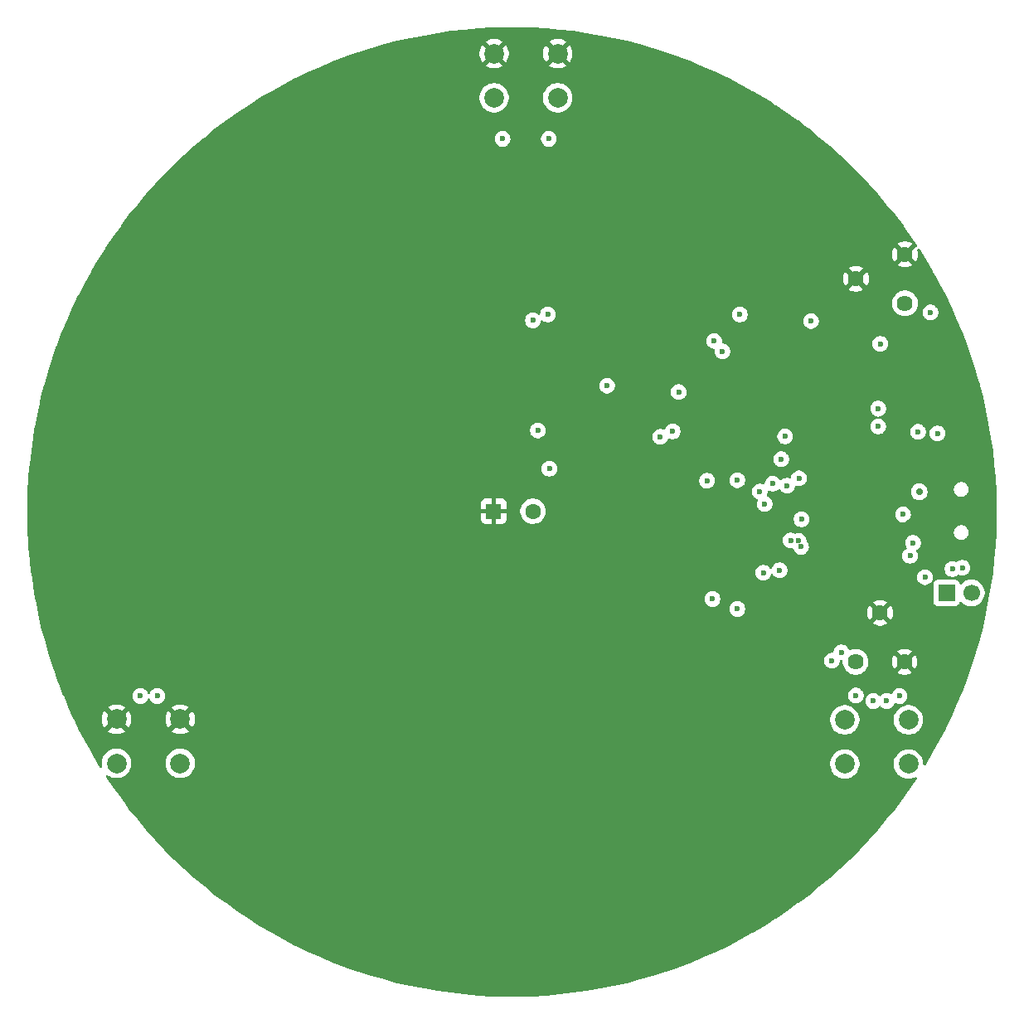
<source format=gbr>
%TF.GenerationSoftware,KiCad,Pcbnew,9.0.1*%
%TF.CreationDate,2025-05-14T21:44:34-03:00*%
%TF.ProjectId,queremate_pd_safe,71756572-656d-4617-9465-5f70645f7361,rev?*%
%TF.SameCoordinates,Original*%
%TF.FileFunction,Copper,L3,Inr*%
%TF.FilePolarity,Positive*%
%FSLAX46Y46*%
G04 Gerber Fmt 4.6, Leading zero omitted, Abs format (unit mm)*
G04 Created by KiCad (PCBNEW 9.0.1) date 2025-05-14 21:44:34*
%MOMM*%
%LPD*%
G01*
G04 APERTURE LIST*
%TA.AperFunction,ComponentPad*%
%ADD10C,1.620000*%
%TD*%
%TA.AperFunction,ComponentPad*%
%ADD11R,1.700000X1.700000*%
%TD*%
%TA.AperFunction,ComponentPad*%
%ADD12C,1.700000*%
%TD*%
%TA.AperFunction,ComponentPad*%
%ADD13R,1.600000X1.600000*%
%TD*%
%TA.AperFunction,ComponentPad*%
%ADD14C,1.600000*%
%TD*%
%TA.AperFunction,ComponentPad*%
%ADD15C,2.000000*%
%TD*%
%TA.AperFunction,ViaPad*%
%ADD16C,0.600000*%
%TD*%
%TA.AperFunction,ViaPad*%
%ADD17C,0.700000*%
%TD*%
G04 APERTURE END LIST*
D10*
%TO.N,5V*%
%TO.C,RV1*%
X110993000Y-42271000D03*
X105993000Y-44771000D03*
%TO.N,Net-(U2-DIS)*%
X110993000Y-47271000D03*
%TD*%
D11*
%TO.N,Net-(J1-Pin_1)*%
%TO.C,J1*%
X115234400Y-76835400D03*
D12*
%TO.N,Net-(J1-Pin_2)*%
X117774400Y-76835400D03*
%TD*%
D13*
%TO.N,5V*%
%TO.C,BZ1*%
X69000000Y-68500000D03*
D14*
%TO.N,Net-(BZ1--)*%
X73000000Y-68500000D03*
%TD*%
D15*
%TO.N,5V*%
%TO.C,SW1*%
X69038400Y-21778400D03*
X75538400Y-21778400D03*
%TO.N,Net-(SW1-B)*%
X69038400Y-26278400D03*
X75538400Y-26278400D03*
%TD*%
%TO.N,RESET*%
%TO.C,SW4*%
X111352400Y-94299600D03*
X104852400Y-94299600D03*
%TO.N,GND*%
X111352400Y-89799600D03*
X104852400Y-89799600D03*
%TD*%
D10*
%TO.N,5V*%
%TO.C,RV2*%
X110953000Y-83881600D03*
X108453000Y-78881600D03*
%TO.N,Net-(U5-DIS)*%
X105953000Y-83881600D03*
%TD*%
D15*
%TO.N,5V*%
%TO.C,SW2*%
X30481200Y-89748800D03*
X36981200Y-89748800D03*
%TO.N,Net-(SW1-B)*%
X30481200Y-94248800D03*
X36981200Y-94248800D03*
%TD*%
D16*
%TO.N,GND*%
X96520000Y-74777600D03*
X100160000Y-65150000D03*
%TO.N,Net-(SW1-B)*%
X114300000Y-60553600D03*
X69900800Y-30480000D03*
X74625200Y-30480000D03*
X32918400Y-87376000D03*
X34645600Y-87376000D03*
%TO.N,5V*%
X36322000Y-86106000D03*
X96621600Y-73456800D03*
X108204000Y-52628800D03*
X110871000Y-72161400D03*
X99100000Y-67250000D03*
X103682800Y-80924400D03*
X73609200Y-63398400D03*
X94030800Y-60858400D03*
X108254800Y-54000400D03*
D17*
X111353600Y-69748400D03*
D16*
X30988000Y-86207600D03*
X96672400Y-71831200D03*
X71272400Y-29057600D03*
X79044800Y-48412400D03*
X81584800Y-60909200D03*
X80670400Y-48717200D03*
X108051600Y-75234800D03*
X93014800Y-60096400D03*
X91795600Y-60655200D03*
X83362800Y-49834800D03*
X73660000Y-29057600D03*
X103530400Y-88087200D03*
X103225600Y-46075600D03*
%TO.N,GND*%
X93878400Y-65328800D03*
D17*
X112442800Y-66520000D03*
D16*
X86004400Y-60909200D03*
X96672400Y-67767200D03*
X108254800Y-59842400D03*
X108458000Y-51409600D03*
X100380800Y-72136000D03*
X101396800Y-49072800D03*
X74523600Y-48412400D03*
X100126800Y-71526400D03*
X87274400Y-60350400D03*
X110439200Y-87376000D03*
X96164400Y-66497200D03*
X91338400Y-77470000D03*
X113588800Y-48209200D03*
X100430000Y-69320000D03*
X94132400Y-48412400D03*
X98755200Y-60858400D03*
X110794800Y-68834000D03*
X105968800Y-87325200D03*
X113030000Y-75234800D03*
X73507600Y-60248800D03*
X108254800Y-58013600D03*
X87884000Y-56337200D03*
X99314000Y-71475600D03*
%TO.N,CLOCK*%
X112318800Y-60401200D03*
X91490800Y-51104800D03*
%TO.N,Net-(U5-DIS)*%
X93878400Y-78486000D03*
X104495600Y-82905600D03*
%TO.N,ALARM*%
X72999600Y-49022000D03*
X90779600Y-65379600D03*
X98955400Y-65884600D03*
%TO.N,Net-(J1-Pin_2)*%
X111810800Y-71729600D03*
X116840000Y-74269600D03*
%TO.N,Net-(J1-Pin_1)*%
X111506000Y-73050400D03*
X115849400Y-74396600D03*
%TO.N,Net-(BZ1--)*%
X97485200Y-65684400D03*
X74676000Y-64160400D03*
%TO.N,RESET*%
X80568800Y-55676800D03*
X109118400Y-87884000D03*
X98196400Y-74523600D03*
X98348800Y-63195200D03*
X107746800Y-87884000D03*
X103530400Y-83769200D03*
X92354400Y-52171600D03*
%TD*%
%TA.AperFunction,Conductor*%
%TO.N,5V*%
G36*
X71561952Y-19085417D02*
G01*
X72946386Y-19124260D01*
X72949735Y-19124401D01*
X74332583Y-19202060D01*
X74336036Y-19202303D01*
X75716124Y-19318712D01*
X75719470Y-19319042D01*
X77059980Y-19470080D01*
X77095760Y-19474112D01*
X77099213Y-19474550D01*
X78470545Y-19668150D01*
X78473935Y-19668677D01*
X79839367Y-19900673D01*
X79842768Y-19901301D01*
X81201101Y-20171490D01*
X81204440Y-20172203D01*
X82151211Y-20388297D01*
X82554689Y-20480388D01*
X82558063Y-20481207D01*
X83899165Y-20827149D01*
X83902411Y-20828035D01*
X85233349Y-21211472D01*
X85236558Y-21212445D01*
X86556146Y-21633035D01*
X86559377Y-21634115D01*
X87866664Y-22091555D01*
X87869928Y-22092749D01*
X87972633Y-22131954D01*
X89163789Y-22586642D01*
X89167017Y-22587926D01*
X89502176Y-22726753D01*
X90446537Y-23117921D01*
X90449731Y-23119297D01*
X91713879Y-23684966D01*
X91717003Y-23686417D01*
X92389320Y-24010188D01*
X92964812Y-24287330D01*
X92967924Y-24288883D01*
X94198385Y-24924554D01*
X94201379Y-24926153D01*
X95136829Y-25443159D01*
X95413556Y-25596101D01*
X95416576Y-25597826D01*
X96609427Y-26301471D01*
X96612398Y-26303280D01*
X97198732Y-26671697D01*
X97695579Y-26983887D01*
X97785066Y-27040115D01*
X97787975Y-27042000D01*
X98939523Y-27811441D01*
X98942343Y-27813383D01*
X100071920Y-28614859D01*
X100074668Y-28616869D01*
X100770624Y-29140630D01*
X101181241Y-29449651D01*
X101183991Y-29451781D01*
X102266790Y-30315285D01*
X102269478Y-30317491D01*
X103327613Y-31211006D01*
X103330239Y-31213287D01*
X104362909Y-32136136D01*
X104365470Y-32138490D01*
X105371866Y-33089954D01*
X105374359Y-33092379D01*
X106353620Y-34071640D01*
X106356045Y-34074133D01*
X107307509Y-35080529D01*
X107309863Y-35083090D01*
X108232712Y-36115760D01*
X108234993Y-36118386D01*
X109128508Y-37176521D01*
X109130714Y-37179209D01*
X109994218Y-38262008D01*
X109996348Y-38264758D01*
X110829108Y-39371301D01*
X110831161Y-39374109D01*
X111632601Y-40503634D01*
X111634573Y-40506498D01*
X112195263Y-41345629D01*
X112216141Y-41412307D01*
X112197656Y-41479687D01*
X112145678Y-41526377D01*
X112082433Y-41538138D01*
X112079633Y-41537917D01*
X111435137Y-42182413D01*
X111412333Y-42097306D01*
X111353090Y-41994694D01*
X111269306Y-41910910D01*
X111166694Y-41851667D01*
X111081583Y-41828861D01*
X111726081Y-41184365D01*
X111679590Y-41150587D01*
X111495868Y-41056976D01*
X111299759Y-40993256D01*
X111096104Y-40961000D01*
X110889896Y-40961000D01*
X110686240Y-40993256D01*
X110490131Y-41056976D01*
X110306413Y-41150585D01*
X110259918Y-41184365D01*
X110259918Y-41184366D01*
X110904414Y-41828861D01*
X110819306Y-41851667D01*
X110716694Y-41910910D01*
X110632910Y-41994694D01*
X110573667Y-42097306D01*
X110550861Y-42182414D01*
X109906366Y-41537918D01*
X109906365Y-41537918D01*
X109872585Y-41584413D01*
X109778976Y-41768131D01*
X109715256Y-41964240D01*
X109683000Y-42167895D01*
X109683000Y-42374104D01*
X109715256Y-42577759D01*
X109778976Y-42773868D01*
X109872587Y-42957590D01*
X109906365Y-43004080D01*
X109906365Y-43004081D01*
X110550861Y-42359584D01*
X110573667Y-42444694D01*
X110632910Y-42547306D01*
X110716694Y-42631090D01*
X110819306Y-42690333D01*
X110904414Y-42713137D01*
X110259917Y-43357633D01*
X110259918Y-43357634D01*
X110306404Y-43391408D01*
X110306417Y-43391416D01*
X110490131Y-43485023D01*
X110686240Y-43548743D01*
X110889896Y-43581000D01*
X111096104Y-43581000D01*
X111299759Y-43548743D01*
X111495868Y-43485023D01*
X111679590Y-43391412D01*
X111726080Y-43357634D01*
X111726080Y-43357633D01*
X111081585Y-42713138D01*
X111166694Y-42690333D01*
X111269306Y-42631090D01*
X111353090Y-42547306D01*
X111412333Y-42444694D01*
X111435138Y-42359585D01*
X112079633Y-43004080D01*
X112079634Y-43004080D01*
X112113412Y-42957590D01*
X112207023Y-42773868D01*
X112270743Y-42577759D01*
X112303000Y-42374104D01*
X112303000Y-42167895D01*
X112270743Y-41964240D01*
X112230837Y-41841420D01*
X112228842Y-41771579D01*
X112264922Y-41711746D01*
X112327623Y-41680918D01*
X112397037Y-41688883D01*
X112451126Y-41733111D01*
X112453762Y-41737130D01*
X113142719Y-42833601D01*
X113144528Y-42836572D01*
X113848173Y-44029423D01*
X113849898Y-44032443D01*
X114165261Y-44603048D01*
X114506791Y-45221000D01*
X114519826Y-45244584D01*
X114521465Y-45247651D01*
X115157116Y-46478075D01*
X115158669Y-46481187D01*
X115759575Y-47728981D01*
X115761040Y-47732136D01*
X116326702Y-48996268D01*
X116328078Y-48999462D01*
X116858071Y-50278978D01*
X116859357Y-50282210D01*
X117353249Y-51576069D01*
X117354444Y-51579335D01*
X117811873Y-52886589D01*
X117812975Y-52889888D01*
X118233535Y-54209381D01*
X118234541Y-54212695D01*
X118509331Y-55166511D01*
X118617949Y-55543533D01*
X118618863Y-55546882D01*
X118660304Y-55707538D01*
X118964790Y-56887931D01*
X118965611Y-56891310D01*
X119273789Y-58241528D01*
X119274515Y-58244930D01*
X119544696Y-59603222D01*
X119545327Y-59606642D01*
X119777318Y-60972041D01*
X119777852Y-60975478D01*
X119971449Y-62346789D01*
X119971887Y-62350239D01*
X120126951Y-63726471D01*
X120127292Y-63729933D01*
X120243695Y-65109955D01*
X120243939Y-65113424D01*
X120321595Y-66496202D01*
X120321741Y-66499677D01*
X120360583Y-67884047D01*
X120360632Y-67887525D01*
X120360632Y-69272474D01*
X120360583Y-69275952D01*
X120321741Y-70660322D01*
X120321595Y-70663797D01*
X120243939Y-72046575D01*
X120243695Y-72050044D01*
X120127292Y-73430066D01*
X120126951Y-73433528D01*
X119971887Y-74809760D01*
X119971449Y-74813210D01*
X119777852Y-76184521D01*
X119777318Y-76187958D01*
X119545327Y-77553357D01*
X119544696Y-77556777D01*
X119274515Y-78915069D01*
X119273789Y-78918471D01*
X118965611Y-80268689D01*
X118964790Y-80272068D01*
X118618865Y-81613110D01*
X118617949Y-81616466D01*
X118234545Y-82947290D01*
X118233535Y-82950618D01*
X117812975Y-84270111D01*
X117811873Y-84273410D01*
X117354444Y-85580664D01*
X117353249Y-85583930D01*
X116859357Y-86877789D01*
X116858071Y-86881021D01*
X116328078Y-88160537D01*
X116326702Y-88163731D01*
X115761040Y-89427863D01*
X115759575Y-89431018D01*
X115158669Y-90678812D01*
X115157116Y-90681924D01*
X114521465Y-91912348D01*
X114519826Y-91915415D01*
X113849898Y-93127556D01*
X113848173Y-93130576D01*
X113144528Y-94323427D01*
X113142719Y-94326397D01*
X113081894Y-94423201D01*
X113029560Y-94469493D01*
X112960507Y-94480142D01*
X112896658Y-94451767D01*
X112858286Y-94393377D01*
X112852900Y-94357230D01*
X112852900Y-94181502D01*
X112815953Y-93948231D01*
X112742966Y-93723603D01*
X112635742Y-93513166D01*
X112496917Y-93322090D01*
X112329910Y-93155083D01*
X112138833Y-93016257D01*
X111928396Y-92909033D01*
X111703768Y-92836046D01*
X111470497Y-92799100D01*
X111470492Y-92799100D01*
X111234308Y-92799100D01*
X111234303Y-92799100D01*
X111001031Y-92836046D01*
X110776403Y-92909033D01*
X110565966Y-93016257D01*
X110456950Y-93095462D01*
X110374890Y-93155083D01*
X110374888Y-93155085D01*
X110374887Y-93155085D01*
X110207885Y-93322087D01*
X110207885Y-93322088D01*
X110207883Y-93322090D01*
X110148262Y-93404150D01*
X110069057Y-93513166D01*
X109961833Y-93723603D01*
X109888846Y-93948231D01*
X109851900Y-94181502D01*
X109851900Y-94417697D01*
X109888846Y-94650968D01*
X109961833Y-94875596D01*
X110043173Y-95035233D01*
X110069057Y-95086033D01*
X110207883Y-95277110D01*
X110374890Y-95444117D01*
X110565967Y-95582943D01*
X110638845Y-95620076D01*
X110776403Y-95690166D01*
X110776405Y-95690166D01*
X110776408Y-95690168D01*
X110896812Y-95729289D01*
X111001031Y-95763153D01*
X111234303Y-95800100D01*
X111234308Y-95800100D01*
X111470497Y-95800100D01*
X111703768Y-95763153D01*
X111746403Y-95749300D01*
X111928392Y-95690168D01*
X112035448Y-95635619D01*
X112104117Y-95622724D01*
X112168858Y-95649000D01*
X112209115Y-95706106D01*
X112212107Y-95775912D01*
X112194845Y-95814996D01*
X111634573Y-96653501D01*
X111632601Y-96656365D01*
X110831161Y-97785890D01*
X110829108Y-97788698D01*
X109996348Y-98895241D01*
X109994218Y-98897991D01*
X109130714Y-99980790D01*
X109128508Y-99983478D01*
X108234993Y-101041613D01*
X108232712Y-101044239D01*
X107309863Y-102076909D01*
X107307509Y-102079470D01*
X106356045Y-103085866D01*
X106353620Y-103088359D01*
X105374359Y-104067620D01*
X105371866Y-104070045D01*
X104365470Y-105021509D01*
X104362909Y-105023863D01*
X103330239Y-105946712D01*
X103327613Y-105948993D01*
X102269478Y-106842508D01*
X102266790Y-106844714D01*
X101183991Y-107708218D01*
X101181241Y-107710348D01*
X100074698Y-108543108D01*
X100071890Y-108545161D01*
X98942365Y-109346601D01*
X98939501Y-109348573D01*
X97787985Y-110117992D01*
X97785066Y-110119884D01*
X96612398Y-110856719D01*
X96609427Y-110858528D01*
X95416576Y-111562173D01*
X95413556Y-111563898D01*
X94201415Y-112233826D01*
X94198348Y-112235465D01*
X92967924Y-112871116D01*
X92964812Y-112872669D01*
X91717018Y-113473575D01*
X91713863Y-113475040D01*
X90449731Y-114040702D01*
X90446537Y-114042078D01*
X89167021Y-114572071D01*
X89163789Y-114573357D01*
X87869930Y-115067249D01*
X87866664Y-115068444D01*
X86559410Y-115525873D01*
X86556111Y-115526975D01*
X85236618Y-115947535D01*
X85233290Y-115948545D01*
X83902466Y-116331949D01*
X83899110Y-116332865D01*
X82558068Y-116678790D01*
X82554689Y-116679611D01*
X81204471Y-116987789D01*
X81201069Y-116988515D01*
X79842777Y-117258696D01*
X79839357Y-117259327D01*
X78473958Y-117491318D01*
X78470521Y-117491852D01*
X77099210Y-117685449D01*
X77095760Y-117685887D01*
X75719528Y-117840951D01*
X75716066Y-117841292D01*
X74336044Y-117957695D01*
X74332575Y-117957939D01*
X72949797Y-118035595D01*
X72946322Y-118035741D01*
X71561952Y-118074583D01*
X71558474Y-118074632D01*
X70173526Y-118074632D01*
X70170048Y-118074583D01*
X68785677Y-118035741D01*
X68782202Y-118035595D01*
X67399424Y-117957939D01*
X67395955Y-117957695D01*
X66015933Y-117841292D01*
X66012471Y-117840951D01*
X64636239Y-117685887D01*
X64632789Y-117685449D01*
X63261478Y-117491852D01*
X63258041Y-117491318D01*
X61892642Y-117259327D01*
X61889222Y-117258696D01*
X60530930Y-116988515D01*
X60527528Y-116987789D01*
X59177310Y-116679611D01*
X59173931Y-116678790D01*
X57832889Y-116332865D01*
X57829533Y-116331949D01*
X56498695Y-115948541D01*
X56495396Y-115947539D01*
X55175888Y-115526975D01*
X55172589Y-115525873D01*
X53865335Y-115068444D01*
X53862069Y-115067249D01*
X52568210Y-114573357D01*
X52564978Y-114572071D01*
X51285462Y-114042078D01*
X51282268Y-114040702D01*
X50018136Y-113475040D01*
X50014981Y-113473575D01*
X48767187Y-112872669D01*
X48764075Y-112871116D01*
X47533651Y-112235465D01*
X47530584Y-112233826D01*
X46318443Y-111563898D01*
X46315423Y-111562173D01*
X45122572Y-110858528D01*
X45119601Y-110856719D01*
X43946933Y-110119884D01*
X43944014Y-110117992D01*
X42792498Y-109348573D01*
X42789634Y-109346601D01*
X41660092Y-108545148D01*
X41657318Y-108543120D01*
X41235272Y-108225498D01*
X40550758Y-107710348D01*
X40548008Y-107708218D01*
X39465209Y-106844714D01*
X39462521Y-106842508D01*
X38404386Y-105948993D01*
X38401760Y-105946712D01*
X37369090Y-105023863D01*
X37366529Y-105021509D01*
X36360133Y-104070045D01*
X36357640Y-104067620D01*
X35378379Y-103088359D01*
X35375954Y-103085866D01*
X34424490Y-102079470D01*
X34422136Y-102076909D01*
X33499287Y-101044239D01*
X33497006Y-101041613D01*
X32603491Y-99983478D01*
X32601285Y-99980790D01*
X31737781Y-98897991D01*
X31735651Y-98895241D01*
X31348541Y-98380863D01*
X30902869Y-97788668D01*
X30900859Y-97785920D01*
X30099383Y-96656343D01*
X30097426Y-96653501D01*
X29537154Y-95814996D01*
X29406912Y-95620075D01*
X29386035Y-95553398D01*
X29404520Y-95486018D01*
X29456498Y-95439328D01*
X29525468Y-95428152D01*
X29582899Y-95450866D01*
X29694767Y-95532143D01*
X29794191Y-95582802D01*
X29905203Y-95639366D01*
X29905205Y-95639366D01*
X29905208Y-95639368D01*
X30025612Y-95678489D01*
X30129831Y-95712353D01*
X30363103Y-95749300D01*
X30363108Y-95749300D01*
X30599297Y-95749300D01*
X30832568Y-95712353D01*
X30900852Y-95690166D01*
X31057192Y-95639368D01*
X31267633Y-95532143D01*
X31458710Y-95393317D01*
X31625717Y-95226310D01*
X31764543Y-95035233D01*
X31871768Y-94824792D01*
X31944753Y-94600168D01*
X31981700Y-94366897D01*
X31981700Y-94130702D01*
X35480700Y-94130702D01*
X35480700Y-94366897D01*
X35517646Y-94600168D01*
X35590633Y-94824796D01*
X35697857Y-95035233D01*
X35836683Y-95226310D01*
X36003690Y-95393317D01*
X36194767Y-95532143D01*
X36294191Y-95582802D01*
X36405203Y-95639366D01*
X36405205Y-95639366D01*
X36405208Y-95639368D01*
X36525612Y-95678489D01*
X36629831Y-95712353D01*
X36863103Y-95749300D01*
X36863108Y-95749300D01*
X37099297Y-95749300D01*
X37332568Y-95712353D01*
X37400852Y-95690166D01*
X37557192Y-95639368D01*
X37767633Y-95532143D01*
X37958710Y-95393317D01*
X38125717Y-95226310D01*
X38264543Y-95035233D01*
X38371768Y-94824792D01*
X38444753Y-94600168D01*
X38481700Y-94366897D01*
X38481700Y-94181502D01*
X103351900Y-94181502D01*
X103351900Y-94417697D01*
X103388846Y-94650968D01*
X103461833Y-94875596D01*
X103543173Y-95035233D01*
X103569057Y-95086033D01*
X103707883Y-95277110D01*
X103874890Y-95444117D01*
X104065967Y-95582943D01*
X104138845Y-95620076D01*
X104276403Y-95690166D01*
X104276405Y-95690166D01*
X104276408Y-95690168D01*
X104396812Y-95729289D01*
X104501031Y-95763153D01*
X104734303Y-95800100D01*
X104734308Y-95800100D01*
X104970497Y-95800100D01*
X105203768Y-95763153D01*
X105246403Y-95749300D01*
X105428392Y-95690168D01*
X105638833Y-95582943D01*
X105829910Y-95444117D01*
X105996917Y-95277110D01*
X106135743Y-95086033D01*
X106242968Y-94875592D01*
X106315953Y-94650968D01*
X106323999Y-94600168D01*
X106352900Y-94417697D01*
X106352900Y-94181502D01*
X106315953Y-93948231D01*
X106242966Y-93723603D01*
X106135742Y-93513166D01*
X105996917Y-93322090D01*
X105829910Y-93155083D01*
X105638833Y-93016257D01*
X105428396Y-92909033D01*
X105203768Y-92836046D01*
X104970497Y-92799100D01*
X104970492Y-92799100D01*
X104734308Y-92799100D01*
X104734303Y-92799100D01*
X104501031Y-92836046D01*
X104276403Y-92909033D01*
X104065966Y-93016257D01*
X103956950Y-93095462D01*
X103874890Y-93155083D01*
X103874888Y-93155085D01*
X103874887Y-93155085D01*
X103707885Y-93322087D01*
X103707885Y-93322088D01*
X103707883Y-93322090D01*
X103648262Y-93404150D01*
X103569057Y-93513166D01*
X103461833Y-93723603D01*
X103388846Y-93948231D01*
X103351900Y-94181502D01*
X38481700Y-94181502D01*
X38481700Y-94130702D01*
X38444753Y-93897431D01*
X38371766Y-93672803D01*
X38264542Y-93462366D01*
X38125717Y-93271290D01*
X37958710Y-93104283D01*
X37767633Y-92965457D01*
X37557196Y-92858233D01*
X37332568Y-92785246D01*
X37099297Y-92748300D01*
X37099292Y-92748300D01*
X36863108Y-92748300D01*
X36863103Y-92748300D01*
X36629831Y-92785246D01*
X36405203Y-92858233D01*
X36194766Y-92965457D01*
X36124847Y-93016257D01*
X36003690Y-93104283D01*
X36003688Y-93104285D01*
X36003687Y-93104285D01*
X35836685Y-93271287D01*
X35836685Y-93271288D01*
X35836683Y-93271290D01*
X35799777Y-93322087D01*
X35697857Y-93462366D01*
X35590633Y-93672803D01*
X35517646Y-93897431D01*
X35480700Y-94130702D01*
X31981700Y-94130702D01*
X31944753Y-93897431D01*
X31871766Y-93672803D01*
X31764542Y-93462366D01*
X31625717Y-93271290D01*
X31458710Y-93104283D01*
X31267633Y-92965457D01*
X31057196Y-92858233D01*
X30832568Y-92785246D01*
X30599297Y-92748300D01*
X30599292Y-92748300D01*
X30363108Y-92748300D01*
X30363103Y-92748300D01*
X30129831Y-92785246D01*
X29905203Y-92858233D01*
X29694766Y-92965457D01*
X29624847Y-93016257D01*
X29503690Y-93104283D01*
X29503688Y-93104285D01*
X29503687Y-93104285D01*
X29336685Y-93271287D01*
X29336685Y-93271288D01*
X29336683Y-93271290D01*
X29299777Y-93322087D01*
X29197857Y-93462366D01*
X29090633Y-93672803D01*
X29017646Y-93897431D01*
X28980700Y-94130702D01*
X28980700Y-94366897D01*
X29009301Y-94547477D01*
X29000346Y-94616771D01*
X28955350Y-94670223D01*
X28888599Y-94690862D01*
X28821285Y-94672137D01*
X28781834Y-94632847D01*
X28761300Y-94600168D01*
X28646644Y-94417692D01*
X28589280Y-94326398D01*
X28587471Y-94323427D01*
X27883826Y-93130576D01*
X27882101Y-93127556D01*
X27792512Y-92965457D01*
X27212153Y-91915379D01*
X27210554Y-91912385D01*
X26574883Y-90681924D01*
X26573330Y-90678812D01*
X26092172Y-89679677D01*
X26068609Y-89630747D01*
X28981200Y-89630747D01*
X28981200Y-89866852D01*
X29018134Y-90100047D01*
X29091097Y-90324602D01*
X29198287Y-90534974D01*
X29258538Y-90617904D01*
X29258540Y-90617905D01*
X29957412Y-89919033D01*
X29968682Y-89961092D01*
X30041090Y-90086508D01*
X30143492Y-90188910D01*
X30268908Y-90261318D01*
X30310965Y-90272587D01*
X29612093Y-90971458D01*
X29695028Y-91031714D01*
X29905397Y-91138902D01*
X30129952Y-91211865D01*
X30129951Y-91211865D01*
X30363148Y-91248800D01*
X30599252Y-91248800D01*
X30832447Y-91211865D01*
X31057002Y-91138902D01*
X31267363Y-91031718D01*
X31267369Y-91031714D01*
X31350304Y-90971458D01*
X31350305Y-90971458D01*
X30651433Y-90272587D01*
X30693492Y-90261318D01*
X30818908Y-90188910D01*
X30921310Y-90086508D01*
X30993718Y-89961092D01*
X31004987Y-89919033D01*
X31703858Y-90617905D01*
X31703858Y-90617904D01*
X31764114Y-90534969D01*
X31764118Y-90534963D01*
X31871302Y-90324602D01*
X31944265Y-90100047D01*
X31981200Y-89866852D01*
X31981200Y-89630747D01*
X35481200Y-89630747D01*
X35481200Y-89866852D01*
X35518134Y-90100047D01*
X35591097Y-90324602D01*
X35698287Y-90534974D01*
X35758538Y-90617904D01*
X35758540Y-90617905D01*
X36457412Y-89919033D01*
X36468682Y-89961092D01*
X36541090Y-90086508D01*
X36643492Y-90188910D01*
X36768908Y-90261318D01*
X36810965Y-90272587D01*
X36112093Y-90971458D01*
X36195028Y-91031714D01*
X36405397Y-91138902D01*
X36629952Y-91211865D01*
X36629951Y-91211865D01*
X36863148Y-91248800D01*
X37099252Y-91248800D01*
X37332447Y-91211865D01*
X37557002Y-91138902D01*
X37767363Y-91031718D01*
X37767369Y-91031714D01*
X37850304Y-90971458D01*
X37850305Y-90971458D01*
X37151433Y-90272587D01*
X37193492Y-90261318D01*
X37318908Y-90188910D01*
X37421310Y-90086508D01*
X37493718Y-89961092D01*
X37504987Y-89919033D01*
X38203858Y-90617905D01*
X38203858Y-90617904D01*
X38264114Y-90534969D01*
X38264118Y-90534963D01*
X38371302Y-90324602D01*
X38444265Y-90100047D01*
X38481200Y-89866852D01*
X38481200Y-89681502D01*
X103351900Y-89681502D01*
X103351900Y-89917697D01*
X103388846Y-90150968D01*
X103461833Y-90375596D01*
X103543041Y-90534974D01*
X103569057Y-90586033D01*
X103707883Y-90777110D01*
X103874890Y-90944117D01*
X104065967Y-91082943D01*
X104157370Y-91129515D01*
X104276403Y-91190166D01*
X104276405Y-91190166D01*
X104276408Y-91190168D01*
X104396812Y-91229289D01*
X104501031Y-91263153D01*
X104734303Y-91300100D01*
X104734308Y-91300100D01*
X104970497Y-91300100D01*
X105203768Y-91263153D01*
X105428392Y-91190168D01*
X105638833Y-91082943D01*
X105829910Y-90944117D01*
X105996917Y-90777110D01*
X106135743Y-90586033D01*
X106242968Y-90375592D01*
X106315953Y-90150968D01*
X106324018Y-90100047D01*
X106352900Y-89917697D01*
X106352900Y-89681502D01*
X109851900Y-89681502D01*
X109851900Y-89917697D01*
X109888846Y-90150968D01*
X109961833Y-90375596D01*
X110043041Y-90534974D01*
X110069057Y-90586033D01*
X110207883Y-90777110D01*
X110374890Y-90944117D01*
X110565967Y-91082943D01*
X110657370Y-91129515D01*
X110776403Y-91190166D01*
X110776405Y-91190166D01*
X110776408Y-91190168D01*
X110896812Y-91229289D01*
X111001031Y-91263153D01*
X111234303Y-91300100D01*
X111234308Y-91300100D01*
X111470497Y-91300100D01*
X111703768Y-91263153D01*
X111928392Y-91190168D01*
X112138833Y-91082943D01*
X112329910Y-90944117D01*
X112496917Y-90777110D01*
X112635743Y-90586033D01*
X112742968Y-90375592D01*
X112815953Y-90150968D01*
X112824018Y-90100047D01*
X112852900Y-89917697D01*
X112852900Y-89681502D01*
X112815953Y-89448231D01*
X112742966Y-89223603D01*
X112635742Y-89013166D01*
X112496917Y-88822090D01*
X112329910Y-88655083D01*
X112138833Y-88516257D01*
X111928396Y-88409033D01*
X111703768Y-88336046D01*
X111470497Y-88299100D01*
X111470492Y-88299100D01*
X111234308Y-88299100D01*
X111234303Y-88299100D01*
X111001031Y-88336046D01*
X110776403Y-88409033D01*
X110565966Y-88516257D01*
X110459803Y-88593390D01*
X110374890Y-88655083D01*
X110374888Y-88655085D01*
X110374887Y-88655085D01*
X110207885Y-88822087D01*
X110207885Y-88822088D01*
X110207883Y-88822090D01*
X110166032Y-88879693D01*
X110069057Y-89013166D01*
X109961833Y-89223603D01*
X109888846Y-89448231D01*
X109851900Y-89681502D01*
X106352900Y-89681502D01*
X106315953Y-89448231D01*
X106242966Y-89223603D01*
X106135742Y-89013166D01*
X105996917Y-88822090D01*
X105829910Y-88655083D01*
X105638833Y-88516257D01*
X105428396Y-88409033D01*
X105203768Y-88336046D01*
X104970497Y-88299100D01*
X104970492Y-88299100D01*
X104734308Y-88299100D01*
X104734303Y-88299100D01*
X104501031Y-88336046D01*
X104276403Y-88409033D01*
X104065966Y-88516257D01*
X103959803Y-88593390D01*
X103874890Y-88655083D01*
X103874888Y-88655085D01*
X103874887Y-88655085D01*
X103707885Y-88822087D01*
X103707885Y-88822088D01*
X103707883Y-88822090D01*
X103666032Y-88879693D01*
X103569057Y-89013166D01*
X103461833Y-89223603D01*
X103388846Y-89448231D01*
X103351900Y-89681502D01*
X38481200Y-89681502D01*
X38481200Y-89630747D01*
X38444265Y-89397552D01*
X38371302Y-89172997D01*
X38264114Y-88962628D01*
X38203858Y-88879694D01*
X38203858Y-88879693D01*
X37504987Y-89578565D01*
X37493718Y-89536508D01*
X37421310Y-89411092D01*
X37318908Y-89308690D01*
X37193492Y-89236282D01*
X37151434Y-89225012D01*
X37850305Y-88526140D01*
X37850304Y-88526138D01*
X37767374Y-88465887D01*
X37557002Y-88358697D01*
X37332447Y-88285734D01*
X37332448Y-88285734D01*
X37099252Y-88248800D01*
X36863148Y-88248800D01*
X36629952Y-88285734D01*
X36405397Y-88358697D01*
X36195030Y-88465884D01*
X36112094Y-88526140D01*
X36810966Y-89225012D01*
X36768908Y-89236282D01*
X36643492Y-89308690D01*
X36541090Y-89411092D01*
X36468682Y-89536508D01*
X36457412Y-89578566D01*
X35758540Y-88879694D01*
X35698284Y-88962630D01*
X35591097Y-89172997D01*
X35518134Y-89397552D01*
X35481200Y-89630747D01*
X31981200Y-89630747D01*
X31944265Y-89397552D01*
X31871302Y-89172997D01*
X31764114Y-88962628D01*
X31703858Y-88879694D01*
X31703858Y-88879693D01*
X31004987Y-89578565D01*
X30993718Y-89536508D01*
X30921310Y-89411092D01*
X30818908Y-89308690D01*
X30693492Y-89236282D01*
X30651434Y-89225012D01*
X31350305Y-88526140D01*
X31350304Y-88526139D01*
X31267374Y-88465887D01*
X31057002Y-88358697D01*
X30832447Y-88285734D01*
X30832448Y-88285734D01*
X30599252Y-88248800D01*
X30363148Y-88248800D01*
X30129952Y-88285734D01*
X29905397Y-88358697D01*
X29695030Y-88465884D01*
X29612094Y-88526140D01*
X30310966Y-89225012D01*
X30268908Y-89236282D01*
X30143492Y-89308690D01*
X30041090Y-89411092D01*
X29968682Y-89536508D01*
X29957412Y-89578566D01*
X29258540Y-88879694D01*
X29198284Y-88962630D01*
X29091097Y-89172997D01*
X29018134Y-89397552D01*
X28981200Y-89630747D01*
X26068609Y-89630747D01*
X25972417Y-89431003D01*
X25970959Y-89427863D01*
X25449797Y-88263179D01*
X25405297Y-88163731D01*
X25403921Y-88160537D01*
X25063430Y-87338519D01*
X25046296Y-87297153D01*
X32117900Y-87297153D01*
X32117900Y-87454846D01*
X32148661Y-87609489D01*
X32148664Y-87609501D01*
X32209002Y-87755172D01*
X32209009Y-87755185D01*
X32296610Y-87886288D01*
X32296613Y-87886292D01*
X32408107Y-87997786D01*
X32408111Y-87997789D01*
X32539214Y-88085390D01*
X32539227Y-88085397D01*
X32636529Y-88125700D01*
X32684903Y-88145737D01*
X32839553Y-88176499D01*
X32839556Y-88176500D01*
X32839558Y-88176500D01*
X32997244Y-88176500D01*
X32997245Y-88176499D01*
X33151897Y-88145737D01*
X33297579Y-88085394D01*
X33428689Y-87997789D01*
X33540189Y-87886289D01*
X33627794Y-87755179D01*
X33648834Y-87704385D01*
X33667439Y-87659467D01*
X33711279Y-87605063D01*
X33777573Y-87582998D01*
X33845273Y-87600277D01*
X33892884Y-87651414D01*
X33896561Y-87659467D01*
X33936202Y-87755172D01*
X33936209Y-87755185D01*
X34023810Y-87886288D01*
X34023813Y-87886292D01*
X34135307Y-87997786D01*
X34135311Y-87997789D01*
X34266414Y-88085390D01*
X34266427Y-88085397D01*
X34363729Y-88125700D01*
X34412103Y-88145737D01*
X34566753Y-88176499D01*
X34566756Y-88176500D01*
X34566758Y-88176500D01*
X34724444Y-88176500D01*
X34724445Y-88176499D01*
X34879097Y-88145737D01*
X35024779Y-88085394D01*
X35155889Y-87997789D01*
X35267389Y-87886289D01*
X35354994Y-87755179D01*
X35415337Y-87609497D01*
X35446100Y-87454842D01*
X35446100Y-87297158D01*
X35446100Y-87297155D01*
X35446099Y-87297153D01*
X35439596Y-87264457D01*
X35435995Y-87246353D01*
X105168300Y-87246353D01*
X105168300Y-87404046D01*
X105199061Y-87558689D01*
X105199064Y-87558701D01*
X105259402Y-87704372D01*
X105259409Y-87704385D01*
X105347010Y-87835488D01*
X105347013Y-87835492D01*
X105458507Y-87946986D01*
X105458511Y-87946989D01*
X105589614Y-88034590D01*
X105589627Y-88034597D01*
X105712254Y-88085390D01*
X105735303Y-88094937D01*
X105889953Y-88125699D01*
X105889956Y-88125700D01*
X105889958Y-88125700D01*
X106047644Y-88125700D01*
X106047645Y-88125699D01*
X106202297Y-88094937D01*
X106347979Y-88034594D01*
X106479089Y-87946989D01*
X106590589Y-87835489D01*
X106610858Y-87805153D01*
X106946300Y-87805153D01*
X106946300Y-87962846D01*
X106977061Y-88117489D01*
X106977064Y-88117501D01*
X107037402Y-88263172D01*
X107037409Y-88263185D01*
X107125010Y-88394288D01*
X107125013Y-88394292D01*
X107236507Y-88505786D01*
X107236511Y-88505789D01*
X107367614Y-88593390D01*
X107367627Y-88593397D01*
X107513298Y-88653735D01*
X107513303Y-88653737D01*
X107667953Y-88684499D01*
X107667956Y-88684500D01*
X107667958Y-88684500D01*
X107825644Y-88684500D01*
X107825645Y-88684499D01*
X107980297Y-88653737D01*
X108125979Y-88593394D01*
X108257089Y-88505789D01*
X108296994Y-88465884D01*
X108344919Y-88417960D01*
X108406242Y-88384475D01*
X108475934Y-88389459D01*
X108520281Y-88417960D01*
X108608107Y-88505786D01*
X108608111Y-88505789D01*
X108739214Y-88593390D01*
X108739227Y-88593397D01*
X108884898Y-88653735D01*
X108884903Y-88653737D01*
X109039553Y-88684499D01*
X109039556Y-88684500D01*
X109039558Y-88684500D01*
X109197244Y-88684500D01*
X109197245Y-88684499D01*
X109351897Y-88653737D01*
X109497579Y-88593394D01*
X109628689Y-88505789D01*
X109740189Y-88394289D01*
X109827794Y-88263179D01*
X109877991Y-88141990D01*
X109921829Y-88087591D01*
X109988122Y-88065525D01*
X110055822Y-88082803D01*
X110059447Y-88085087D01*
X110060027Y-88085397D01*
X110157329Y-88125700D01*
X110205703Y-88145737D01*
X110360353Y-88176499D01*
X110360356Y-88176500D01*
X110360358Y-88176500D01*
X110518044Y-88176500D01*
X110518045Y-88176499D01*
X110672697Y-88145737D01*
X110818379Y-88085394D01*
X110949489Y-87997789D01*
X111060989Y-87886289D01*
X111148594Y-87755179D01*
X111208937Y-87609497D01*
X111239700Y-87454842D01*
X111239700Y-87297158D01*
X111239700Y-87297155D01*
X111239699Y-87297153D01*
X111232749Y-87262213D01*
X111208937Y-87142503D01*
X111191574Y-87100585D01*
X111148597Y-86996827D01*
X111148590Y-86996814D01*
X111060989Y-86865711D01*
X111060986Y-86865707D01*
X110949492Y-86754213D01*
X110949488Y-86754210D01*
X110818385Y-86666609D01*
X110818372Y-86666602D01*
X110672701Y-86606264D01*
X110672689Y-86606261D01*
X110518045Y-86575500D01*
X110518042Y-86575500D01*
X110360358Y-86575500D01*
X110360355Y-86575500D01*
X110205710Y-86606261D01*
X110205698Y-86606264D01*
X110060027Y-86666602D01*
X110060014Y-86666609D01*
X109928911Y-86754210D01*
X109928907Y-86754213D01*
X109817413Y-86865707D01*
X109817410Y-86865711D01*
X109729809Y-86996814D01*
X109729804Y-86996824D01*
X109679609Y-87118006D01*
X109635768Y-87172409D01*
X109569474Y-87194474D01*
X109501774Y-87177195D01*
X109498149Y-87174911D01*
X109497572Y-87174602D01*
X109351901Y-87114264D01*
X109351889Y-87114261D01*
X109197245Y-87083500D01*
X109197242Y-87083500D01*
X109039558Y-87083500D01*
X109039555Y-87083500D01*
X108884910Y-87114261D01*
X108884898Y-87114264D01*
X108739227Y-87174602D01*
X108739214Y-87174609D01*
X108608111Y-87262210D01*
X108608107Y-87262213D01*
X108520281Y-87350040D01*
X108458958Y-87383525D01*
X108389266Y-87378541D01*
X108344919Y-87350040D01*
X108257092Y-87262213D01*
X108257088Y-87262210D01*
X108125985Y-87174609D01*
X108125972Y-87174602D01*
X107980301Y-87114264D01*
X107980289Y-87114261D01*
X107825645Y-87083500D01*
X107825642Y-87083500D01*
X107667958Y-87083500D01*
X107667955Y-87083500D01*
X107513310Y-87114261D01*
X107513298Y-87114264D01*
X107367627Y-87174602D01*
X107367614Y-87174609D01*
X107236511Y-87262210D01*
X107236507Y-87262213D01*
X107125013Y-87373707D01*
X107125010Y-87373711D01*
X107037409Y-87504814D01*
X107037402Y-87504827D01*
X106977064Y-87650498D01*
X106977061Y-87650510D01*
X106946300Y-87805153D01*
X106610858Y-87805153D01*
X106636516Y-87766753D01*
X106660958Y-87730175D01*
X106666996Y-87721136D01*
X106678194Y-87704379D01*
X106738537Y-87558697D01*
X106769300Y-87404042D01*
X106769300Y-87246358D01*
X106769300Y-87246355D01*
X106769299Y-87246353D01*
X106738537Y-87091703D01*
X106735139Y-87083500D01*
X106678197Y-86946027D01*
X106678190Y-86946014D01*
X106590589Y-86814911D01*
X106590586Y-86814907D01*
X106479092Y-86703413D01*
X106479088Y-86703410D01*
X106347985Y-86615809D01*
X106347972Y-86615802D01*
X106202301Y-86555464D01*
X106202289Y-86555461D01*
X106047645Y-86524700D01*
X106047642Y-86524700D01*
X105889958Y-86524700D01*
X105889955Y-86524700D01*
X105735310Y-86555461D01*
X105735298Y-86555464D01*
X105589627Y-86615802D01*
X105589614Y-86615809D01*
X105458511Y-86703410D01*
X105458507Y-86703413D01*
X105347013Y-86814907D01*
X105347010Y-86814911D01*
X105259409Y-86946014D01*
X105259402Y-86946027D01*
X105199064Y-87091698D01*
X105199061Y-87091710D01*
X105168300Y-87246353D01*
X35435995Y-87246353D01*
X35415338Y-87142508D01*
X35415337Y-87142507D01*
X35415337Y-87142503D01*
X35397974Y-87100585D01*
X35354997Y-86996827D01*
X35354990Y-86996814D01*
X35267389Y-86865711D01*
X35267386Y-86865707D01*
X35155892Y-86754213D01*
X35155888Y-86754210D01*
X35024785Y-86666609D01*
X35024772Y-86666602D01*
X34879101Y-86606264D01*
X34879089Y-86606261D01*
X34724445Y-86575500D01*
X34724442Y-86575500D01*
X34566758Y-86575500D01*
X34566755Y-86575500D01*
X34412110Y-86606261D01*
X34412098Y-86606264D01*
X34266427Y-86666602D01*
X34266414Y-86666609D01*
X34135311Y-86754210D01*
X34135307Y-86754213D01*
X34023813Y-86865707D01*
X34023810Y-86865711D01*
X33936209Y-86996814D01*
X33936202Y-86996827D01*
X33896561Y-87092532D01*
X33852720Y-87146936D01*
X33786426Y-87169001D01*
X33718727Y-87151722D01*
X33671116Y-87100585D01*
X33667439Y-87092532D01*
X33627797Y-86996827D01*
X33627790Y-86996814D01*
X33540189Y-86865711D01*
X33540186Y-86865707D01*
X33428692Y-86754213D01*
X33428688Y-86754210D01*
X33297585Y-86666609D01*
X33297572Y-86666602D01*
X33151901Y-86606264D01*
X33151889Y-86606261D01*
X32997245Y-86575500D01*
X32997242Y-86575500D01*
X32839558Y-86575500D01*
X32839555Y-86575500D01*
X32684910Y-86606261D01*
X32684898Y-86606264D01*
X32539227Y-86666602D01*
X32539214Y-86666609D01*
X32408111Y-86754210D01*
X32408107Y-86754213D01*
X32296613Y-86865707D01*
X32296610Y-86865711D01*
X32209009Y-86996814D01*
X32209002Y-86996827D01*
X32148664Y-87142498D01*
X32148661Y-87142510D01*
X32117900Y-87297153D01*
X25046296Y-87297153D01*
X24873928Y-86881021D01*
X24872642Y-86877789D01*
X24768995Y-86606264D01*
X24378749Y-85583928D01*
X24377555Y-85580664D01*
X24230299Y-85159831D01*
X23920115Y-84273377D01*
X23919035Y-84270146D01*
X23734239Y-83690353D01*
X102729900Y-83690353D01*
X102729900Y-83848046D01*
X102760661Y-84002689D01*
X102760664Y-84002701D01*
X102821002Y-84148372D01*
X102821009Y-84148385D01*
X102908610Y-84279488D01*
X102908613Y-84279492D01*
X103020107Y-84390986D01*
X103020111Y-84390989D01*
X103151214Y-84478590D01*
X103151227Y-84478597D01*
X103296898Y-84538935D01*
X103296903Y-84538937D01*
X103443967Y-84568190D01*
X103451553Y-84569699D01*
X103451556Y-84569700D01*
X103451558Y-84569700D01*
X103609244Y-84569700D01*
X103609245Y-84569699D01*
X103763897Y-84538937D01*
X103909579Y-84478594D01*
X104040689Y-84390989D01*
X104152189Y-84279489D01*
X104239794Y-84148379D01*
X104300137Y-84002697D01*
X104330900Y-83848042D01*
X104330900Y-83830100D01*
X104333450Y-83821414D01*
X104332162Y-83812453D01*
X104343140Y-83788412D01*
X104350585Y-83763061D01*
X104357425Y-83757133D01*
X104361187Y-83748897D01*
X104383421Y-83734607D01*
X104403389Y-83717306D01*
X104413903Y-83715018D01*
X104419965Y-83711123D01*
X104454900Y-83706100D01*
X104518500Y-83706100D01*
X104585539Y-83725785D01*
X104631294Y-83778589D01*
X104642500Y-83830100D01*
X104642500Y-83984738D01*
X104674769Y-84188477D01*
X104674769Y-84188480D01*
X104738510Y-84384654D01*
X104817120Y-84538935D01*
X104832160Y-84568452D01*
X104953407Y-84735333D01*
X105099267Y-84881193D01*
X105266148Y-85002440D01*
X105449030Y-85095623D01*
X105449945Y-85096089D01*
X105646120Y-85159830D01*
X105646121Y-85159830D01*
X105646124Y-85159831D01*
X105849861Y-85192100D01*
X105849862Y-85192100D01*
X106056138Y-85192100D01*
X106056139Y-85192100D01*
X106259876Y-85159831D01*
X106259879Y-85159830D01*
X106259880Y-85159830D01*
X106456054Y-85096089D01*
X106456054Y-85096088D01*
X106456057Y-85096088D01*
X106639852Y-85002440D01*
X106806733Y-84881193D01*
X106952593Y-84735333D01*
X107073840Y-84568452D01*
X107167488Y-84384657D01*
X107201659Y-84279489D01*
X107231230Y-84188480D01*
X107231230Y-84188479D01*
X107231231Y-84188476D01*
X107263500Y-83984739D01*
X107263500Y-83778495D01*
X109643000Y-83778495D01*
X109643000Y-83984704D01*
X109675256Y-84188359D01*
X109738976Y-84384468D01*
X109832587Y-84568190D01*
X109866365Y-84614680D01*
X109866365Y-84614681D01*
X110510861Y-83970184D01*
X110533667Y-84055294D01*
X110592910Y-84157906D01*
X110676694Y-84241690D01*
X110779306Y-84300933D01*
X110864414Y-84323737D01*
X110219917Y-84968233D01*
X110219918Y-84968234D01*
X110266404Y-85002008D01*
X110266417Y-85002016D01*
X110450131Y-85095623D01*
X110646240Y-85159343D01*
X110849896Y-85191600D01*
X111056104Y-85191600D01*
X111259759Y-85159343D01*
X111455868Y-85095623D01*
X111639590Y-85002012D01*
X111686080Y-84968234D01*
X111686080Y-84968233D01*
X111041585Y-84323738D01*
X111126694Y-84300933D01*
X111229306Y-84241690D01*
X111313090Y-84157906D01*
X111372333Y-84055294D01*
X111395138Y-83970185D01*
X112039633Y-84614680D01*
X112039634Y-84614680D01*
X112073412Y-84568190D01*
X112167023Y-84384468D01*
X112230743Y-84188359D01*
X112263000Y-83984704D01*
X112263000Y-83778495D01*
X112230743Y-83574840D01*
X112167023Y-83378731D01*
X112073416Y-83195017D01*
X112073408Y-83195004D01*
X112039634Y-83148518D01*
X112039633Y-83148517D01*
X111395137Y-83793013D01*
X111372333Y-83707906D01*
X111313090Y-83605294D01*
X111229306Y-83521510D01*
X111126694Y-83462267D01*
X111041583Y-83439461D01*
X111686081Y-82794965D01*
X111639590Y-82761187D01*
X111455868Y-82667576D01*
X111259759Y-82603856D01*
X111056104Y-82571600D01*
X110849896Y-82571600D01*
X110646240Y-82603856D01*
X110450131Y-82667576D01*
X110266413Y-82761185D01*
X110219918Y-82794965D01*
X110219918Y-82794966D01*
X110864414Y-83439461D01*
X110779306Y-83462267D01*
X110676694Y-83521510D01*
X110592910Y-83605294D01*
X110533667Y-83707906D01*
X110510861Y-83793014D01*
X109866366Y-83148518D01*
X109866365Y-83148518D01*
X109832585Y-83195013D01*
X109738976Y-83378731D01*
X109675256Y-83574840D01*
X109643000Y-83778495D01*
X107263500Y-83778495D01*
X107263500Y-83778461D01*
X107231231Y-83574724D01*
X107231230Y-83574720D01*
X107231230Y-83574719D01*
X107167489Y-83378545D01*
X107167488Y-83378543D01*
X107073840Y-83194748D01*
X106952593Y-83027867D01*
X106806733Y-82882007D01*
X106639852Y-82760760D01*
X106624575Y-82752976D01*
X106456054Y-82667110D01*
X106259879Y-82603369D01*
X106107073Y-82579167D01*
X106056139Y-82571100D01*
X105849861Y-82571100D01*
X105781948Y-82581856D01*
X105646122Y-82603369D01*
X105646119Y-82603369D01*
X105449944Y-82667111D01*
X105449942Y-82667111D01*
X105415320Y-82684752D01*
X105346651Y-82697647D01*
X105281911Y-82671369D01*
X105244467Y-82621718D01*
X105204997Y-82526426D01*
X105204990Y-82526414D01*
X105117389Y-82395311D01*
X105117386Y-82395307D01*
X105005892Y-82283813D01*
X105005888Y-82283810D01*
X104874785Y-82196209D01*
X104874772Y-82196202D01*
X104729101Y-82135864D01*
X104729089Y-82135861D01*
X104574445Y-82105100D01*
X104574442Y-82105100D01*
X104416758Y-82105100D01*
X104416755Y-82105100D01*
X104262110Y-82135861D01*
X104262098Y-82135864D01*
X104116427Y-82196202D01*
X104116414Y-82196209D01*
X103985311Y-82283810D01*
X103985307Y-82283813D01*
X103873813Y-82395307D01*
X103873810Y-82395311D01*
X103786209Y-82526414D01*
X103786202Y-82526427D01*
X103725864Y-82672098D01*
X103725861Y-82672110D01*
X103695100Y-82826753D01*
X103695100Y-82844700D01*
X103675415Y-82911739D01*
X103622611Y-82957494D01*
X103571100Y-82968700D01*
X103451555Y-82968700D01*
X103296910Y-82999461D01*
X103296898Y-82999464D01*
X103151227Y-83059802D01*
X103151214Y-83059809D01*
X103020111Y-83147410D01*
X103020107Y-83147413D01*
X102908613Y-83258907D01*
X102908610Y-83258911D01*
X102821009Y-83390014D01*
X102821002Y-83390027D01*
X102760664Y-83535698D01*
X102760661Y-83535710D01*
X102729900Y-83690353D01*
X23734239Y-83690353D01*
X23498445Y-82950558D01*
X23497472Y-82947349D01*
X23114035Y-81616411D01*
X23113149Y-81613165D01*
X22767207Y-80272063D01*
X22766388Y-80268689D01*
X22748793Y-80191600D01*
X22458203Y-78918440D01*
X22457484Y-78915069D01*
X22450827Y-78881600D01*
X22356453Y-78407153D01*
X93077900Y-78407153D01*
X93077900Y-78564846D01*
X93108661Y-78719489D01*
X93108664Y-78719501D01*
X93169002Y-78865172D01*
X93169009Y-78865185D01*
X93256610Y-78996288D01*
X93256613Y-78996292D01*
X93368107Y-79107786D01*
X93368111Y-79107789D01*
X93499214Y-79195390D01*
X93499227Y-79195397D01*
X93595208Y-79235153D01*
X93644903Y-79255737D01*
X93799553Y-79286499D01*
X93799556Y-79286500D01*
X93799558Y-79286500D01*
X93957244Y-79286500D01*
X93957245Y-79286499D01*
X94111897Y-79255737D01*
X94257579Y-79195394D01*
X94388689Y-79107789D01*
X94500189Y-78996289D01*
X94587794Y-78865179D01*
X94623699Y-78778495D01*
X107143000Y-78778495D01*
X107143000Y-78984704D01*
X107175256Y-79188359D01*
X107238976Y-79384468D01*
X107332587Y-79568190D01*
X107366365Y-79614680D01*
X107366365Y-79614681D01*
X108010861Y-78970184D01*
X108033667Y-79055294D01*
X108092910Y-79157906D01*
X108176694Y-79241690D01*
X108279306Y-79300933D01*
X108364414Y-79323737D01*
X107719917Y-79968233D01*
X107719918Y-79968234D01*
X107766404Y-80002008D01*
X107766417Y-80002016D01*
X107950131Y-80095623D01*
X108146240Y-80159343D01*
X108349896Y-80191600D01*
X108556104Y-80191600D01*
X108759759Y-80159343D01*
X108955868Y-80095623D01*
X109139590Y-80002012D01*
X109186080Y-79968234D01*
X109186080Y-79968233D01*
X108541585Y-79323738D01*
X108626694Y-79300933D01*
X108729306Y-79241690D01*
X108813090Y-79157906D01*
X108872333Y-79055294D01*
X108895138Y-78970185D01*
X109539633Y-79614680D01*
X109539634Y-79614680D01*
X109573412Y-79568190D01*
X109667023Y-79384468D01*
X109730743Y-79188359D01*
X109763000Y-78984704D01*
X109763000Y-78778495D01*
X109730743Y-78574840D01*
X109667023Y-78378731D01*
X109573416Y-78195017D01*
X109573408Y-78195004D01*
X109539634Y-78148518D01*
X109539633Y-78148517D01*
X108895137Y-78793013D01*
X108872333Y-78707906D01*
X108813090Y-78605294D01*
X108729306Y-78521510D01*
X108626694Y-78462267D01*
X108541583Y-78439461D01*
X109186081Y-77794965D01*
X109139590Y-77761187D01*
X108955868Y-77667576D01*
X108759759Y-77603856D01*
X108556104Y-77571600D01*
X108349896Y-77571600D01*
X108146240Y-77603856D01*
X107950131Y-77667576D01*
X107766413Y-77761185D01*
X107719918Y-77794965D01*
X107719918Y-77794966D01*
X108364414Y-78439461D01*
X108279306Y-78462267D01*
X108176694Y-78521510D01*
X108092910Y-78605294D01*
X108033667Y-78707906D01*
X108010861Y-78793014D01*
X107366366Y-78148518D01*
X107366365Y-78148518D01*
X107332585Y-78195013D01*
X107238976Y-78378731D01*
X107175256Y-78574840D01*
X107143000Y-78778495D01*
X94623699Y-78778495D01*
X94648137Y-78719497D01*
X94678900Y-78564842D01*
X94678900Y-78407158D01*
X94678900Y-78407155D01*
X94678899Y-78407153D01*
X94651717Y-78270500D01*
X94648137Y-78252503D01*
X94624324Y-78195013D01*
X94587797Y-78106827D01*
X94587790Y-78106814D01*
X94500189Y-77975711D01*
X94500186Y-77975707D01*
X94388692Y-77864213D01*
X94388688Y-77864210D01*
X94257585Y-77776609D01*
X94257572Y-77776602D01*
X94111901Y-77716264D01*
X94111889Y-77716261D01*
X93957245Y-77685500D01*
X93957242Y-77685500D01*
X93799558Y-77685500D01*
X93799555Y-77685500D01*
X93644910Y-77716261D01*
X93644898Y-77716264D01*
X93499227Y-77776602D01*
X93499214Y-77776609D01*
X93368111Y-77864210D01*
X93368107Y-77864213D01*
X93256613Y-77975707D01*
X93256610Y-77975711D01*
X93169009Y-78106814D01*
X93169002Y-78106827D01*
X93108664Y-78252498D01*
X93108661Y-78252510D01*
X93077900Y-78407153D01*
X22356453Y-78407153D01*
X22187301Y-77556768D01*
X22186672Y-77553357D01*
X22184949Y-77543216D01*
X22159112Y-77391153D01*
X90537900Y-77391153D01*
X90537900Y-77548846D01*
X90568661Y-77703489D01*
X90568664Y-77703501D01*
X90629002Y-77849172D01*
X90629009Y-77849185D01*
X90716610Y-77980288D01*
X90716613Y-77980292D01*
X90828107Y-78091786D01*
X90828111Y-78091789D01*
X90959214Y-78179390D01*
X90959227Y-78179397D01*
X91104898Y-78239735D01*
X91104903Y-78239737D01*
X91259553Y-78270499D01*
X91259556Y-78270500D01*
X91259558Y-78270500D01*
X91417244Y-78270500D01*
X91417245Y-78270499D01*
X91571897Y-78239737D01*
X91701872Y-78185900D01*
X91717572Y-78179397D01*
X91717572Y-78179396D01*
X91717579Y-78179394D01*
X91848689Y-78091789D01*
X91960189Y-77980289D01*
X92047794Y-77849179D01*
X92108137Y-77703497D01*
X92138900Y-77548842D01*
X92138900Y-77391158D01*
X92138900Y-77391155D01*
X92138899Y-77391153D01*
X92108138Y-77236510D01*
X92108137Y-77236503D01*
X92072987Y-77151643D01*
X92047797Y-77090827D01*
X92047790Y-77090814D01*
X91960189Y-76959711D01*
X91960186Y-76959707D01*
X91848692Y-76848213D01*
X91848688Y-76848210D01*
X91717585Y-76760609D01*
X91717572Y-76760602D01*
X91571901Y-76700264D01*
X91571889Y-76700261D01*
X91417245Y-76669500D01*
X91417242Y-76669500D01*
X91259558Y-76669500D01*
X91259555Y-76669500D01*
X91104910Y-76700261D01*
X91104898Y-76700264D01*
X90959227Y-76760602D01*
X90959214Y-76760609D01*
X90828111Y-76848210D01*
X90828107Y-76848213D01*
X90716613Y-76959707D01*
X90716610Y-76959711D01*
X90629009Y-77090814D01*
X90629002Y-77090827D01*
X90568664Y-77236498D01*
X90568661Y-77236510D01*
X90537900Y-77391153D01*
X22159112Y-77391153D01*
X21954677Y-76187935D01*
X21954147Y-76184521D01*
X21933080Y-76035300D01*
X21760550Y-74813210D01*
X21760112Y-74809760D01*
X21748483Y-74706550D01*
X21747605Y-74698758D01*
X21747604Y-74698753D01*
X95719500Y-74698753D01*
X95719500Y-74856446D01*
X95750261Y-75011089D01*
X95750264Y-75011101D01*
X95810602Y-75156772D01*
X95810609Y-75156785D01*
X95898210Y-75287888D01*
X95898213Y-75287892D01*
X96009707Y-75399386D01*
X96009711Y-75399389D01*
X96140814Y-75486990D01*
X96140827Y-75486997D01*
X96216048Y-75518154D01*
X96286503Y-75547337D01*
X96441153Y-75578099D01*
X96441156Y-75578100D01*
X96441158Y-75578100D01*
X96598844Y-75578100D01*
X96598845Y-75578099D01*
X96753497Y-75547337D01*
X96899179Y-75486994D01*
X97030289Y-75399389D01*
X97141789Y-75287889D01*
X97229394Y-75156779D01*
X97289737Y-75011097D01*
X97293190Y-74993733D01*
X97325573Y-74931823D01*
X97386287Y-74897247D01*
X97456057Y-74900984D01*
X97512730Y-74941848D01*
X97517910Y-74949031D01*
X97574610Y-75033888D01*
X97574613Y-75033892D01*
X97686107Y-75145386D01*
X97686111Y-75145389D01*
X97817214Y-75232990D01*
X97817227Y-75232997D01*
X97962898Y-75293335D01*
X97962903Y-75293337D01*
X98065003Y-75313646D01*
X98117553Y-75324099D01*
X98117556Y-75324100D01*
X98117558Y-75324100D01*
X98275244Y-75324100D01*
X98275245Y-75324099D01*
X98429897Y-75293337D01*
X98575579Y-75232994D01*
X98690879Y-75155953D01*
X112229500Y-75155953D01*
X112229500Y-75313646D01*
X112260261Y-75468289D01*
X112260264Y-75468301D01*
X112320602Y-75613972D01*
X112320609Y-75613985D01*
X112408210Y-75745088D01*
X112408213Y-75745092D01*
X112519707Y-75856586D01*
X112519711Y-75856589D01*
X112650814Y-75944190D01*
X112650827Y-75944197D01*
X112796498Y-76004535D01*
X112796503Y-76004537D01*
X112951153Y-76035299D01*
X112951156Y-76035300D01*
X112951158Y-76035300D01*
X113108844Y-76035300D01*
X113108845Y-76035299D01*
X113263497Y-76004537D01*
X113409179Y-75944194D01*
X113419145Y-75937535D01*
X113883900Y-75937535D01*
X113883900Y-77733270D01*
X113883901Y-77733276D01*
X113890308Y-77792883D01*
X113940602Y-77927728D01*
X113940606Y-77927735D01*
X114026852Y-78042944D01*
X114026855Y-78042947D01*
X114142064Y-78129193D01*
X114142071Y-78129197D01*
X114276917Y-78179491D01*
X114276916Y-78179491D01*
X114283844Y-78180235D01*
X114336527Y-78185900D01*
X116132272Y-78185899D01*
X116191883Y-78179491D01*
X116326731Y-78129196D01*
X116441946Y-78042946D01*
X116528196Y-77927731D01*
X116577210Y-77796316D01*
X116619081Y-77740384D01*
X116684545Y-77715966D01*
X116752818Y-77730817D01*
X116781073Y-77751969D01*
X116894613Y-77865509D01*
X117066579Y-77990448D01*
X117066581Y-77990449D01*
X117066584Y-77990451D01*
X117255988Y-78086957D01*
X117458157Y-78152646D01*
X117668113Y-78185900D01*
X117668114Y-78185900D01*
X117880686Y-78185900D01*
X117880687Y-78185900D01*
X118090643Y-78152646D01*
X118292812Y-78086957D01*
X118482216Y-77990451D01*
X118568538Y-77927735D01*
X118654186Y-77865509D01*
X118654188Y-77865506D01*
X118654192Y-77865504D01*
X118804504Y-77715192D01*
X118804506Y-77715188D01*
X118804509Y-77715186D01*
X118925362Y-77548844D01*
X118929451Y-77543216D01*
X119025957Y-77353812D01*
X119091646Y-77151643D01*
X119124900Y-76941687D01*
X119124900Y-76729113D01*
X119091646Y-76519157D01*
X119025957Y-76316988D01*
X118929451Y-76127584D01*
X118929449Y-76127581D01*
X118929448Y-76127579D01*
X118804509Y-75955613D01*
X118654186Y-75805290D01*
X118482220Y-75680351D01*
X118292814Y-75583844D01*
X118292813Y-75583843D01*
X118292812Y-75583843D01*
X118090643Y-75518154D01*
X118090641Y-75518153D01*
X118090640Y-75518153D01*
X117929357Y-75492608D01*
X117880687Y-75484900D01*
X117668113Y-75484900D01*
X117619442Y-75492608D01*
X117458160Y-75518153D01*
X117255985Y-75583844D01*
X117066579Y-75680351D01*
X116894615Y-75805289D01*
X116781073Y-75918831D01*
X116719750Y-75952315D01*
X116650058Y-75947331D01*
X116594125Y-75905459D01*
X116577210Y-75874482D01*
X116528197Y-75743071D01*
X116528193Y-75743064D01*
X116441947Y-75627855D01*
X116441944Y-75627852D01*
X116326735Y-75541606D01*
X116326728Y-75541602D01*
X116191882Y-75491308D01*
X116191883Y-75491308D01*
X116132283Y-75484901D01*
X116132281Y-75484900D01*
X116132273Y-75484900D01*
X116132264Y-75484900D01*
X114336529Y-75484900D01*
X114336523Y-75484901D01*
X114276916Y-75491308D01*
X114142071Y-75541602D01*
X114142064Y-75541606D01*
X114026855Y-75627852D01*
X113966745Y-75708146D01*
X113966737Y-75708159D01*
X113940604Y-75743069D01*
X113928543Y-75775404D01*
X113928541Y-75775409D01*
X113890308Y-75877916D01*
X113883901Y-75937516D01*
X113883900Y-75937535D01*
X113419145Y-75937535D01*
X113540289Y-75856589D01*
X113651789Y-75745089D01*
X113739394Y-75613979D01*
X113799737Y-75468297D01*
X113830500Y-75313642D01*
X113830500Y-75155958D01*
X113830500Y-75155955D01*
X113830499Y-75155953D01*
X113820561Y-75105990D01*
X113799737Y-75001303D01*
X113790498Y-74978997D01*
X113739397Y-74855627D01*
X113739390Y-74855614D01*
X113651789Y-74724511D01*
X113651786Y-74724507D01*
X113540292Y-74613013D01*
X113540288Y-74613010D01*
X113409185Y-74525409D01*
X113409172Y-74525402D01*
X113263501Y-74465064D01*
X113263491Y-74465061D01*
X113108845Y-74434300D01*
X113108842Y-74434300D01*
X112951158Y-74434300D01*
X112951155Y-74434300D01*
X112796510Y-74465061D01*
X112796498Y-74465064D01*
X112650827Y-74525402D01*
X112650814Y-74525409D01*
X112519711Y-74613010D01*
X112519707Y-74613013D01*
X112408213Y-74724507D01*
X112408210Y-74724511D01*
X112320609Y-74855614D01*
X112320602Y-74855627D01*
X112260264Y-75001298D01*
X112260261Y-75001310D01*
X112229500Y-75155953D01*
X98690879Y-75155953D01*
X98706689Y-75145389D01*
X98746088Y-75105990D01*
X98789894Y-75062185D01*
X98818186Y-75033892D01*
X98818189Y-75033889D01*
X98905794Y-74902779D01*
X98966137Y-74757097D01*
X98996900Y-74602442D01*
X98996900Y-74444758D01*
X98996900Y-74444755D01*
X98996899Y-74444753D01*
X98994820Y-74434300D01*
X98971637Y-74317753D01*
X115048900Y-74317753D01*
X115048900Y-74475446D01*
X115079661Y-74630089D01*
X115079664Y-74630101D01*
X115140002Y-74775772D01*
X115140009Y-74775785D01*
X115227610Y-74906888D01*
X115227613Y-74906892D01*
X115339107Y-75018386D01*
X115339111Y-75018389D01*
X115470214Y-75105990D01*
X115470227Y-75105997D01*
X115592842Y-75156785D01*
X115615903Y-75166337D01*
X115770553Y-75197099D01*
X115770556Y-75197100D01*
X115770558Y-75197100D01*
X115928244Y-75197100D01*
X115928245Y-75197099D01*
X116082897Y-75166337D01*
X116228579Y-75105994D01*
X116359689Y-75018389D01*
X116359691Y-75018386D01*
X116364393Y-75014528D01*
X116365412Y-75015770D01*
X116419883Y-74986017D01*
X116489575Y-74990990D01*
X116493712Y-74992618D01*
X116606498Y-75039335D01*
X116606503Y-75039337D01*
X116721367Y-75062185D01*
X116761153Y-75070099D01*
X116761156Y-75070100D01*
X116761158Y-75070100D01*
X116918844Y-75070100D01*
X116918845Y-75070099D01*
X117073497Y-75039337D01*
X117219179Y-74978994D01*
X117350289Y-74891389D01*
X117461789Y-74779889D01*
X117549394Y-74648779D01*
X117609737Y-74503097D01*
X117640500Y-74348442D01*
X117640500Y-74190758D01*
X117640500Y-74190755D01*
X117640499Y-74190753D01*
X117633549Y-74155813D01*
X117609737Y-74036103D01*
X117598039Y-74007861D01*
X117549397Y-73890427D01*
X117549390Y-73890414D01*
X117461789Y-73759311D01*
X117461786Y-73759307D01*
X117350292Y-73647813D01*
X117350288Y-73647810D01*
X117219185Y-73560209D01*
X117219172Y-73560202D01*
X117073501Y-73499864D01*
X117073489Y-73499861D01*
X116918845Y-73469100D01*
X116918842Y-73469100D01*
X116761158Y-73469100D01*
X116761155Y-73469100D01*
X116606510Y-73499861D01*
X116606498Y-73499864D01*
X116460827Y-73560202D01*
X116460814Y-73560209D01*
X116329714Y-73647808D01*
X116325007Y-73651672D01*
X116323991Y-73650434D01*
X116269478Y-73680190D01*
X116199787Y-73675195D01*
X116195687Y-73673581D01*
X116082901Y-73626864D01*
X116082889Y-73626861D01*
X115928245Y-73596100D01*
X115928242Y-73596100D01*
X115770558Y-73596100D01*
X115770555Y-73596100D01*
X115615910Y-73626861D01*
X115615898Y-73626864D01*
X115470227Y-73687202D01*
X115470214Y-73687209D01*
X115339111Y-73774810D01*
X115339107Y-73774813D01*
X115227613Y-73886307D01*
X115227610Y-73886311D01*
X115140009Y-74017414D01*
X115140002Y-74017427D01*
X115079664Y-74163098D01*
X115079661Y-74163110D01*
X115048900Y-74317753D01*
X98971637Y-74317753D01*
X98966137Y-74290103D01*
X98956695Y-74267307D01*
X98905797Y-74144427D01*
X98905790Y-74144414D01*
X98818189Y-74013311D01*
X98818186Y-74013307D01*
X98706692Y-73901813D01*
X98706688Y-73901810D01*
X98575585Y-73814209D01*
X98575572Y-73814202D01*
X98429901Y-73753864D01*
X98429889Y-73753861D01*
X98275245Y-73723100D01*
X98275242Y-73723100D01*
X98117558Y-73723100D01*
X98117555Y-73723100D01*
X97962910Y-73753861D01*
X97962898Y-73753864D01*
X97817227Y-73814202D01*
X97817214Y-73814209D01*
X97686111Y-73901810D01*
X97686107Y-73901813D01*
X97574613Y-74013307D01*
X97574610Y-74013311D01*
X97487009Y-74144414D01*
X97487002Y-74144427D01*
X97426664Y-74290098D01*
X97426661Y-74290107D01*
X97423208Y-74307470D01*
X97390822Y-74369381D01*
X97330106Y-74403954D01*
X97260336Y-74400213D01*
X97203665Y-74359346D01*
X97198489Y-74352168D01*
X97141789Y-74267311D01*
X97141786Y-74267307D01*
X97030292Y-74155813D01*
X97030288Y-74155810D01*
X96899185Y-74068209D01*
X96899172Y-74068202D01*
X96753501Y-74007864D01*
X96753489Y-74007861D01*
X96598845Y-73977100D01*
X96598842Y-73977100D01*
X96441158Y-73977100D01*
X96441155Y-73977100D01*
X96286510Y-74007861D01*
X96286498Y-74007864D01*
X96140827Y-74068202D01*
X96140814Y-74068209D01*
X96009711Y-74155810D01*
X96009707Y-74155813D01*
X95898213Y-74267307D01*
X95898210Y-74267311D01*
X95810609Y-74398414D01*
X95810602Y-74398427D01*
X95750264Y-74544098D01*
X95750261Y-74544110D01*
X95719500Y-74698753D01*
X21747604Y-74698753D01*
X21605042Y-73433470D01*
X21604712Y-73430124D01*
X21566032Y-72971553D01*
X110705500Y-72971553D01*
X110705500Y-73129246D01*
X110736261Y-73283889D01*
X110736264Y-73283901D01*
X110796602Y-73429572D01*
X110796609Y-73429585D01*
X110884210Y-73560688D01*
X110884213Y-73560692D01*
X110995707Y-73672186D01*
X110995711Y-73672189D01*
X111126814Y-73759790D01*
X111126827Y-73759797D01*
X111258184Y-73814206D01*
X111272503Y-73820137D01*
X111427153Y-73850899D01*
X111427156Y-73850900D01*
X111427158Y-73850900D01*
X111584844Y-73850900D01*
X111584845Y-73850899D01*
X111739497Y-73820137D01*
X111885179Y-73759794D01*
X112016289Y-73672189D01*
X112127789Y-73560689D01*
X112215394Y-73429579D01*
X112275737Y-73283897D01*
X112306500Y-73129242D01*
X112306500Y-72971558D01*
X112306500Y-72971555D01*
X112306499Y-72971553D01*
X112275738Y-72816910D01*
X112275737Y-72816903D01*
X112275735Y-72816898D01*
X112215397Y-72671227D01*
X112215390Y-72671214D01*
X112169166Y-72602035D01*
X112148288Y-72535357D01*
X112166773Y-72467977D01*
X112203377Y-72430042D01*
X112237027Y-72407556D01*
X112321089Y-72351389D01*
X112432589Y-72239889D01*
X112520194Y-72108779D01*
X112580537Y-71963097D01*
X112611300Y-71808442D01*
X112611300Y-71650758D01*
X112611300Y-71650755D01*
X112611299Y-71650753D01*
X112580538Y-71496110D01*
X112580537Y-71496103D01*
X112540755Y-71400059D01*
X112520197Y-71350427D01*
X112520190Y-71350414D01*
X112432589Y-71219311D01*
X112432586Y-71219307D01*
X112321092Y-71107813D01*
X112321088Y-71107810D01*
X112189985Y-71020209D01*
X112189972Y-71020202D01*
X112044301Y-70959864D01*
X112044289Y-70959861D01*
X111889645Y-70929100D01*
X111889642Y-70929100D01*
X111731958Y-70929100D01*
X111731955Y-70929100D01*
X111577310Y-70959861D01*
X111577298Y-70959864D01*
X111431627Y-71020202D01*
X111431614Y-71020209D01*
X111300511Y-71107810D01*
X111300507Y-71107813D01*
X111189013Y-71219307D01*
X111189010Y-71219311D01*
X111101409Y-71350414D01*
X111101402Y-71350427D01*
X111041064Y-71496098D01*
X111041061Y-71496110D01*
X111010300Y-71650753D01*
X111010300Y-71808446D01*
X111041061Y-71963089D01*
X111041064Y-71963101D01*
X111101402Y-72108772D01*
X111101412Y-72108790D01*
X111147633Y-72177965D01*
X111168511Y-72244642D01*
X111150026Y-72312022D01*
X111113423Y-72349957D01*
X110995707Y-72428613D01*
X110884213Y-72540107D01*
X110884210Y-72540111D01*
X110796609Y-72671214D01*
X110796602Y-72671227D01*
X110736264Y-72816898D01*
X110736261Y-72816910D01*
X110705500Y-72971553D01*
X21566032Y-72971553D01*
X21488303Y-72050036D01*
X21488060Y-72046575D01*
X21483372Y-71963097D01*
X21451567Y-71396753D01*
X98513500Y-71396753D01*
X98513500Y-71554446D01*
X98544261Y-71709089D01*
X98544264Y-71709101D01*
X98604602Y-71854772D01*
X98604609Y-71854785D01*
X98692210Y-71985888D01*
X98692213Y-71985892D01*
X98803707Y-72097386D01*
X98803711Y-72097389D01*
X98934814Y-72184990D01*
X98934827Y-72184997D01*
X99078825Y-72244642D01*
X99080503Y-72245337D01*
X99196036Y-72268318D01*
X99235153Y-72276099D01*
X99235156Y-72276100D01*
X99235158Y-72276100D01*
X99392843Y-72276100D01*
X99431964Y-72268318D01*
X99463268Y-72262091D01*
X99532859Y-72268318D01*
X99588037Y-72311180D01*
X99609077Y-72359514D01*
X99611062Y-72369494D01*
X99611064Y-72369501D01*
X99671402Y-72515172D01*
X99671409Y-72515185D01*
X99759010Y-72646288D01*
X99759013Y-72646292D01*
X99870507Y-72757786D01*
X99870511Y-72757789D01*
X100001614Y-72845390D01*
X100001627Y-72845397D01*
X100147298Y-72905735D01*
X100147303Y-72905737D01*
X100301953Y-72936499D01*
X100301956Y-72936500D01*
X100301958Y-72936500D01*
X100459644Y-72936500D01*
X100459645Y-72936499D01*
X100614297Y-72905737D01*
X100680330Y-72878385D01*
X100746675Y-72850905D01*
X100746675Y-72850904D01*
X100759979Y-72845394D01*
X100891089Y-72757789D01*
X101002589Y-72646289D01*
X101090194Y-72515179D01*
X101150537Y-72369497D01*
X101181300Y-72214842D01*
X101181300Y-72057158D01*
X101181300Y-72057155D01*
X101181299Y-72057153D01*
X101167124Y-71985892D01*
X101150537Y-71902503D01*
X101130769Y-71854779D01*
X101090197Y-71756827D01*
X101090190Y-71756814D01*
X101002589Y-71625711D01*
X101002586Y-71625707D01*
X100963619Y-71586740D01*
X100930134Y-71525417D01*
X100927300Y-71499059D01*
X100927300Y-71447555D01*
X100927299Y-71447553D01*
X100917852Y-71400059D01*
X100896537Y-71292903D01*
X100875493Y-71242098D01*
X100836197Y-71147227D01*
X100836190Y-71147214D01*
X100748589Y-71016111D01*
X100748586Y-71016107D01*
X100637092Y-70904613D01*
X100637088Y-70904610D01*
X100505985Y-70817009D01*
X100505972Y-70817002D01*
X100360301Y-70756664D01*
X100360289Y-70756661D01*
X100338466Y-70752320D01*
X115979699Y-70752320D01*
X116008540Y-70897307D01*
X116008543Y-70897317D01*
X116065112Y-71033888D01*
X116065119Y-71033901D01*
X116147248Y-71156815D01*
X116147251Y-71156819D01*
X116251780Y-71261348D01*
X116251784Y-71261351D01*
X116374698Y-71343480D01*
X116374711Y-71343487D01*
X116503308Y-71396753D01*
X116511287Y-71400058D01*
X116511291Y-71400058D01*
X116511292Y-71400059D01*
X116656279Y-71428900D01*
X116656282Y-71428900D01*
X116804120Y-71428900D01*
X116901662Y-71409496D01*
X116949113Y-71400058D01*
X117068948Y-71350421D01*
X117085688Y-71343487D01*
X117085688Y-71343486D01*
X117085695Y-71343484D01*
X117208616Y-71261351D01*
X117313151Y-71156816D01*
X117395284Y-71033895D01*
X117451858Y-70897313D01*
X117467832Y-70817009D01*
X117480700Y-70752320D01*
X117480700Y-70604479D01*
X117451859Y-70459492D01*
X117451858Y-70459491D01*
X117451858Y-70459487D01*
X117451856Y-70459482D01*
X117395287Y-70322911D01*
X117395280Y-70322898D01*
X117313151Y-70199984D01*
X117313148Y-70199980D01*
X117208619Y-70095451D01*
X117208615Y-70095448D01*
X117085701Y-70013319D01*
X117085688Y-70013312D01*
X116949117Y-69956743D01*
X116949107Y-69956740D01*
X116804120Y-69927900D01*
X116804118Y-69927900D01*
X116656282Y-69927900D01*
X116656280Y-69927900D01*
X116511292Y-69956740D01*
X116511282Y-69956743D01*
X116374711Y-70013312D01*
X116374698Y-70013319D01*
X116251784Y-70095448D01*
X116251780Y-70095451D01*
X116147251Y-70199980D01*
X116147248Y-70199984D01*
X116065119Y-70322898D01*
X116065112Y-70322911D01*
X116008543Y-70459482D01*
X116008540Y-70459492D01*
X115979700Y-70604479D01*
X115979700Y-70604482D01*
X115979700Y-70752318D01*
X115979700Y-70752320D01*
X115979699Y-70752320D01*
X100338466Y-70752320D01*
X100205645Y-70725900D01*
X100205642Y-70725900D01*
X100047958Y-70725900D01*
X100047955Y-70725900D01*
X99893311Y-70756660D01*
X99893306Y-70756662D01*
X99893304Y-70756662D01*
X99893303Y-70756663D01*
X99865026Y-70768375D01*
X99822178Y-70786123D01*
X99752708Y-70793590D01*
X99723858Y-70784647D01*
X99714433Y-70780407D01*
X99693179Y-70766206D01*
X99562878Y-70712234D01*
X99562867Y-70712229D01*
X99547501Y-70705864D01*
X99547489Y-70705861D01*
X99392845Y-70675100D01*
X99392842Y-70675100D01*
X99235158Y-70675100D01*
X99235155Y-70675100D01*
X99080510Y-70705861D01*
X99080498Y-70705864D01*
X98934827Y-70766202D01*
X98934814Y-70766209D01*
X98803711Y-70853810D01*
X98803707Y-70853813D01*
X98692213Y-70965307D01*
X98692210Y-70965311D01*
X98604609Y-71096414D01*
X98604602Y-71096427D01*
X98544264Y-71242098D01*
X98544261Y-71242110D01*
X98513500Y-71396753D01*
X21451567Y-71396753D01*
X21410401Y-70663735D01*
X21410260Y-70660386D01*
X21371417Y-69275952D01*
X21371368Y-69272474D01*
X21371368Y-67887525D01*
X21371417Y-67884048D01*
X21373259Y-67818386D01*
X21377923Y-67652155D01*
X67700000Y-67652155D01*
X67700000Y-68250000D01*
X68624722Y-68250000D01*
X68580667Y-68326306D01*
X68550000Y-68440756D01*
X68550000Y-68559244D01*
X68580667Y-68673694D01*
X68624722Y-68750000D01*
X67700000Y-68750000D01*
X67700000Y-69347844D01*
X67706401Y-69407372D01*
X67706403Y-69407379D01*
X67756645Y-69542086D01*
X67756649Y-69542093D01*
X67842809Y-69657187D01*
X67842812Y-69657190D01*
X67957906Y-69743350D01*
X67957913Y-69743354D01*
X68092620Y-69793596D01*
X68092627Y-69793598D01*
X68152155Y-69799999D01*
X68152172Y-69800000D01*
X68750000Y-69800000D01*
X68750000Y-68875277D01*
X68826306Y-68919333D01*
X68940756Y-68950000D01*
X69059244Y-68950000D01*
X69173694Y-68919333D01*
X69250000Y-68875277D01*
X69250000Y-69800000D01*
X69847828Y-69800000D01*
X69847844Y-69799999D01*
X69907372Y-69793598D01*
X69907379Y-69793596D01*
X70042086Y-69743354D01*
X70042093Y-69743350D01*
X70157187Y-69657190D01*
X70157190Y-69657187D01*
X70243350Y-69542093D01*
X70243354Y-69542086D01*
X70293596Y-69407379D01*
X70293598Y-69407372D01*
X70299999Y-69347844D01*
X70300000Y-69347827D01*
X70300000Y-68750000D01*
X69375278Y-68750000D01*
X69419333Y-68673694D01*
X69450000Y-68559244D01*
X69450000Y-68440756D01*
X69438449Y-68397648D01*
X71699500Y-68397648D01*
X71699500Y-68602351D01*
X71731522Y-68804534D01*
X71794781Y-68999223D01*
X71829565Y-69067489D01*
X71886268Y-69178775D01*
X71887715Y-69181613D01*
X72008028Y-69347213D01*
X72152786Y-69491971D01*
X72306619Y-69603735D01*
X72318390Y-69612287D01*
X72406517Y-69657190D01*
X72500776Y-69705218D01*
X72500778Y-69705218D01*
X72500781Y-69705220D01*
X72605137Y-69739127D01*
X72695465Y-69768477D01*
X72796557Y-69784488D01*
X72897648Y-69800500D01*
X72897649Y-69800500D01*
X73102351Y-69800500D01*
X73102352Y-69800500D01*
X73304534Y-69768477D01*
X73499219Y-69705220D01*
X73681610Y-69612287D01*
X73778234Y-69542086D01*
X73847213Y-69491971D01*
X73847215Y-69491968D01*
X73847219Y-69491966D01*
X73991966Y-69347219D01*
X73991968Y-69347215D01*
X73991971Y-69347213D01*
X74069027Y-69241153D01*
X99629500Y-69241153D01*
X99629500Y-69398846D01*
X99660261Y-69553489D01*
X99660264Y-69553501D01*
X99720602Y-69699172D01*
X99720609Y-69699185D01*
X99808210Y-69830288D01*
X99808213Y-69830292D01*
X99919707Y-69941786D01*
X99919711Y-69941789D01*
X100050814Y-70029390D01*
X100050827Y-70029397D01*
X100196498Y-70089735D01*
X100196503Y-70089737D01*
X100351153Y-70120499D01*
X100351156Y-70120500D01*
X100351158Y-70120500D01*
X100508844Y-70120500D01*
X100508845Y-70120499D01*
X100663497Y-70089737D01*
X100809179Y-70029394D01*
X100940289Y-69941789D01*
X101051789Y-69830289D01*
X101139394Y-69699179D01*
X101199737Y-69553497D01*
X101230500Y-69398842D01*
X101230500Y-69241158D01*
X101230500Y-69241155D01*
X101230499Y-69241153D01*
X101199738Y-69086510D01*
X101199737Y-69086503D01*
X101163583Y-68999219D01*
X101139397Y-68940827D01*
X101139390Y-68940814D01*
X101057299Y-68817957D01*
X101057298Y-68817956D01*
X101051787Y-68809708D01*
X100997232Y-68755153D01*
X109994300Y-68755153D01*
X109994300Y-68912846D01*
X110025061Y-69067489D01*
X110025064Y-69067501D01*
X110085402Y-69213172D01*
X110085409Y-69213185D01*
X110173010Y-69344288D01*
X110173013Y-69344292D01*
X110284507Y-69455786D01*
X110284511Y-69455789D01*
X110415614Y-69543390D01*
X110415627Y-69543397D01*
X110561298Y-69603735D01*
X110561303Y-69603737D01*
X110715953Y-69634499D01*
X110715956Y-69634500D01*
X110715958Y-69634500D01*
X110873644Y-69634500D01*
X110873645Y-69634499D01*
X111028297Y-69603737D01*
X111173979Y-69543394D01*
X111305089Y-69455789D01*
X111416589Y-69344289D01*
X111504194Y-69213179D01*
X111564537Y-69067497D01*
X111595300Y-68912842D01*
X111595300Y-68755158D01*
X111595300Y-68755155D01*
X111595299Y-68755153D01*
X111583972Y-68698210D01*
X111564537Y-68600503D01*
X111547447Y-68559244D01*
X111504197Y-68454827D01*
X111504190Y-68454814D01*
X111416589Y-68323711D01*
X111416586Y-68323707D01*
X111305092Y-68212213D01*
X111305088Y-68212210D01*
X111173985Y-68124609D01*
X111173972Y-68124602D01*
X111028301Y-68064264D01*
X111028289Y-68064261D01*
X110873645Y-68033500D01*
X110873642Y-68033500D01*
X110715958Y-68033500D01*
X110715955Y-68033500D01*
X110561310Y-68064261D01*
X110561298Y-68064264D01*
X110415627Y-68124602D01*
X110415614Y-68124609D01*
X110284511Y-68212210D01*
X110284507Y-68212213D01*
X110173013Y-68323707D01*
X110173010Y-68323711D01*
X110085409Y-68454814D01*
X110085402Y-68454827D01*
X110025064Y-68600498D01*
X110025061Y-68600510D01*
X109994300Y-68755153D01*
X100997232Y-68755153D01*
X100940292Y-68698213D01*
X100940288Y-68698210D01*
X100809185Y-68610609D01*
X100809172Y-68610602D01*
X100663501Y-68550264D01*
X100663489Y-68550261D01*
X100508845Y-68519500D01*
X100508842Y-68519500D01*
X100351158Y-68519500D01*
X100351155Y-68519500D01*
X100196510Y-68550261D01*
X100196498Y-68550264D01*
X100050827Y-68610602D01*
X100050814Y-68610609D01*
X99919711Y-68698210D01*
X99919707Y-68698213D01*
X99808213Y-68809707D01*
X99808210Y-68809711D01*
X99720609Y-68940814D01*
X99720602Y-68940827D01*
X99660264Y-69086498D01*
X99660261Y-69086510D01*
X99629500Y-69241153D01*
X74069027Y-69241153D01*
X74112287Y-69181610D01*
X74205220Y-68999219D01*
X74268477Y-68804534D01*
X74300500Y-68602352D01*
X74300500Y-68397648D01*
X74281468Y-68277488D01*
X74268477Y-68195465D01*
X74239127Y-68105137D01*
X74205220Y-68000781D01*
X74205218Y-68000778D01*
X74205218Y-68000776D01*
X74145741Y-67884047D01*
X74112287Y-67818390D01*
X74104556Y-67807749D01*
X73991971Y-67652786D01*
X73847213Y-67508028D01*
X73681613Y-67387715D01*
X73681612Y-67387714D01*
X73681610Y-67387713D01*
X73593487Y-67342812D01*
X73499223Y-67294781D01*
X73304534Y-67231522D01*
X73129995Y-67203878D01*
X73102352Y-67199500D01*
X72897648Y-67199500D01*
X72873329Y-67203351D01*
X72695465Y-67231522D01*
X72500776Y-67294781D01*
X72318386Y-67387715D01*
X72152786Y-67508028D01*
X72008028Y-67652786D01*
X71887715Y-67818386D01*
X71794781Y-68000776D01*
X71731522Y-68195465D01*
X71699500Y-68397648D01*
X69438449Y-68397648D01*
X69419333Y-68326306D01*
X69375278Y-68250000D01*
X70300000Y-68250000D01*
X70300000Y-67652172D01*
X70299999Y-67652155D01*
X70293598Y-67592627D01*
X70293596Y-67592620D01*
X70243354Y-67457913D01*
X70243350Y-67457906D01*
X70157190Y-67342812D01*
X70157187Y-67342809D01*
X70042093Y-67256649D01*
X70042086Y-67256645D01*
X69907379Y-67206403D01*
X69907372Y-67206401D01*
X69847844Y-67200000D01*
X69250000Y-67200000D01*
X69250000Y-68124722D01*
X69173694Y-68080667D01*
X69059244Y-68050000D01*
X68940756Y-68050000D01*
X68826306Y-68080667D01*
X68750000Y-68124722D01*
X68750000Y-67200000D01*
X68152155Y-67200000D01*
X68092627Y-67206401D01*
X68092620Y-67206403D01*
X67957913Y-67256645D01*
X67957906Y-67256649D01*
X67842812Y-67342809D01*
X67842809Y-67342812D01*
X67756649Y-67457906D01*
X67756645Y-67457913D01*
X67706403Y-67592620D01*
X67706401Y-67592627D01*
X67700000Y-67652155D01*
X21377923Y-67652155D01*
X21410260Y-66499610D01*
X21410401Y-66496264D01*
X21414776Y-66418353D01*
X95363900Y-66418353D01*
X95363900Y-66576046D01*
X95394661Y-66730689D01*
X95394664Y-66730701D01*
X95455002Y-66876372D01*
X95455009Y-66876385D01*
X95542610Y-67007488D01*
X95542613Y-67007492D01*
X95654107Y-67118986D01*
X95654111Y-67118989D01*
X95785214Y-67206590D01*
X95785218Y-67206592D01*
X95785221Y-67206594D01*
X95886555Y-67248567D01*
X95940955Y-67292406D01*
X95963021Y-67358700D01*
X95953662Y-67410579D01*
X95902663Y-67533703D01*
X95902662Y-67533706D01*
X95902662Y-67533707D01*
X95902661Y-67533710D01*
X95871900Y-67688353D01*
X95871900Y-67846046D01*
X95902661Y-68000689D01*
X95902664Y-68000701D01*
X95963002Y-68146372D01*
X95963009Y-68146385D01*
X96050610Y-68277488D01*
X96050613Y-68277492D01*
X96162107Y-68388986D01*
X96162111Y-68388989D01*
X96293214Y-68476590D01*
X96293227Y-68476597D01*
X96396806Y-68519500D01*
X96438903Y-68536937D01*
X96593553Y-68567699D01*
X96593556Y-68567700D01*
X96593558Y-68567700D01*
X96751244Y-68567700D01*
X96751245Y-68567699D01*
X96905897Y-68536937D01*
X97051579Y-68476594D01*
X97182689Y-68388989D01*
X97294189Y-68277489D01*
X97381794Y-68146379D01*
X97442137Y-68000697D01*
X97472900Y-67846042D01*
X97472900Y-67688358D01*
X97472900Y-67688355D01*
X97472899Y-67688353D01*
X97442138Y-67533710D01*
X97442137Y-67533703D01*
X97391138Y-67410579D01*
X97381797Y-67388027D01*
X97381790Y-67388014D01*
X97294189Y-67256911D01*
X97294186Y-67256907D01*
X97182692Y-67145413D01*
X97182688Y-67145410D01*
X97051585Y-67057809D01*
X97051572Y-67057802D01*
X96950247Y-67015833D01*
X96895843Y-66971993D01*
X96873778Y-66905699D01*
X96883137Y-66853821D01*
X96934137Y-66730697D01*
X96964900Y-66576042D01*
X96964900Y-66520918D01*
X96984585Y-66453879D01*
X97037389Y-66408124D01*
X97106547Y-66398180D01*
X97136347Y-66406355D01*
X97251703Y-66454137D01*
X97406353Y-66484899D01*
X97406356Y-66484900D01*
X97406358Y-66484900D01*
X97564044Y-66484900D01*
X97564045Y-66484899D01*
X97718697Y-66454137D01*
X97836567Y-66405314D01*
X97864372Y-66393797D01*
X97864372Y-66393796D01*
X97864379Y-66393794D01*
X97995489Y-66306189D01*
X98055811Y-66245866D01*
X98117132Y-66212383D01*
X98186824Y-66217367D01*
X98242758Y-66259238D01*
X98246593Y-66264658D01*
X98333610Y-66394888D01*
X98333613Y-66394892D01*
X98445107Y-66506386D01*
X98445111Y-66506389D01*
X98576214Y-66593990D01*
X98576227Y-66593997D01*
X98721898Y-66654335D01*
X98721903Y-66654337D01*
X98876553Y-66685099D01*
X98876556Y-66685100D01*
X98876558Y-66685100D01*
X99034244Y-66685100D01*
X99034245Y-66685099D01*
X99188897Y-66654337D01*
X99334579Y-66593994D01*
X99465689Y-66506389D01*
X99535850Y-66436228D01*
X111592300Y-66436228D01*
X111592300Y-66603771D01*
X111624982Y-66768074D01*
X111624984Y-66768082D01*
X111689095Y-66922860D01*
X111782173Y-67062162D01*
X111900637Y-67180626D01*
X111976809Y-67231522D01*
X112039937Y-67273703D01*
X112194718Y-67337816D01*
X112359028Y-67370499D01*
X112359032Y-67370500D01*
X112359033Y-67370500D01*
X112526568Y-67370500D01*
X112526569Y-67370499D01*
X112690882Y-67337816D01*
X112845663Y-67273703D01*
X112984962Y-67180626D01*
X113103426Y-67062162D01*
X113196503Y-66922863D01*
X113260616Y-66768082D01*
X113293300Y-66603767D01*
X113293300Y-66436233D01*
X113276609Y-66352320D01*
X115979699Y-66352320D01*
X116008540Y-66497307D01*
X116008543Y-66497317D01*
X116065112Y-66633888D01*
X116065119Y-66633901D01*
X116147248Y-66756815D01*
X116147251Y-66756819D01*
X116251780Y-66861348D01*
X116251784Y-66861351D01*
X116374698Y-66943480D01*
X116374711Y-66943487D01*
X116457119Y-66977621D01*
X116511287Y-67000058D01*
X116511291Y-67000058D01*
X116511292Y-67000059D01*
X116656279Y-67028900D01*
X116656282Y-67028900D01*
X116804120Y-67028900D01*
X116901662Y-67009496D01*
X116949113Y-67000058D01*
X117085695Y-66943484D01*
X117208616Y-66861351D01*
X117313151Y-66756816D01*
X117395284Y-66633895D01*
X117451858Y-66497313D01*
X117470158Y-66405314D01*
X117480700Y-66352320D01*
X117480700Y-66204479D01*
X117451859Y-66059492D01*
X117451858Y-66059491D01*
X117451858Y-66059487D01*
X117451856Y-66059482D01*
X117395287Y-65922911D01*
X117395280Y-65922898D01*
X117313151Y-65799984D01*
X117313148Y-65799980D01*
X117208619Y-65695451D01*
X117208615Y-65695448D01*
X117085701Y-65613319D01*
X117085688Y-65613312D01*
X116949117Y-65556743D01*
X116949107Y-65556740D01*
X116804120Y-65527900D01*
X116804118Y-65527900D01*
X116656282Y-65527900D01*
X116656280Y-65527900D01*
X116511292Y-65556740D01*
X116511282Y-65556743D01*
X116374711Y-65613312D01*
X116374698Y-65613319D01*
X116251784Y-65695448D01*
X116251780Y-65695451D01*
X116147251Y-65799980D01*
X116147248Y-65799984D01*
X116065119Y-65922898D01*
X116065112Y-65922911D01*
X116008543Y-66059482D01*
X116008540Y-66059492D01*
X115979700Y-66204479D01*
X115979700Y-66204482D01*
X115979700Y-66352318D01*
X115979700Y-66352320D01*
X115979699Y-66352320D01*
X113276609Y-66352320D01*
X113260616Y-66271918D01*
X113196901Y-66118097D01*
X113196504Y-66117139D01*
X113103426Y-65977837D01*
X112984962Y-65859373D01*
X112845660Y-65766295D01*
X112690882Y-65702184D01*
X112690874Y-65702182D01*
X112526571Y-65669500D01*
X112526567Y-65669500D01*
X112359033Y-65669500D01*
X112359028Y-65669500D01*
X112194725Y-65702182D01*
X112194717Y-65702184D01*
X112039939Y-65766295D01*
X111900637Y-65859373D01*
X111782173Y-65977837D01*
X111689095Y-66117139D01*
X111624984Y-66271917D01*
X111624982Y-66271925D01*
X111592300Y-66436228D01*
X99535850Y-66436228D01*
X99577189Y-66394889D01*
X99584017Y-66384670D01*
X99599666Y-66361251D01*
X99599666Y-66361250D01*
X99664790Y-66263785D01*
X99664790Y-66263784D01*
X99664794Y-66263779D01*
X99664826Y-66263703D01*
X99699455Y-66180099D01*
X99725137Y-66118097D01*
X99747441Y-66005968D01*
X99779825Y-65944057D01*
X99840541Y-65909483D01*
X99910311Y-65913222D01*
X99916504Y-65915595D01*
X99926503Y-65919737D01*
X100081153Y-65950499D01*
X100081156Y-65950500D01*
X100081158Y-65950500D01*
X100238844Y-65950500D01*
X100238845Y-65950499D01*
X100393497Y-65919737D01*
X100539179Y-65859394D01*
X100670289Y-65771789D01*
X100781789Y-65660289D01*
X100869394Y-65529179D01*
X100929737Y-65383497D01*
X100960500Y-65228842D01*
X100960500Y-65071158D01*
X100960500Y-65071155D01*
X100960499Y-65071153D01*
X100952041Y-65028632D01*
X100929737Y-64916503D01*
X100928974Y-64914661D01*
X100869397Y-64770827D01*
X100869390Y-64770814D01*
X100781789Y-64639711D01*
X100781786Y-64639707D01*
X100670292Y-64528213D01*
X100670288Y-64528210D01*
X100539185Y-64440609D01*
X100539172Y-64440602D01*
X100393501Y-64380264D01*
X100393489Y-64380261D01*
X100238845Y-64349500D01*
X100238842Y-64349500D01*
X100081158Y-64349500D01*
X100081155Y-64349500D01*
X99926510Y-64380261D01*
X99926498Y-64380264D01*
X99780827Y-64440602D01*
X99780814Y-64440609D01*
X99649711Y-64528210D01*
X99649707Y-64528213D01*
X99538213Y-64639707D01*
X99538210Y-64639711D01*
X99450609Y-64770814D01*
X99450602Y-64770827D01*
X99390264Y-64916498D01*
X99390261Y-64916508D01*
X99367958Y-65028632D01*
X99335573Y-65090543D01*
X99274857Y-65125117D01*
X99205087Y-65121376D01*
X99198892Y-65119003D01*
X99198154Y-65118697D01*
X99188897Y-65114863D01*
X99188893Y-65114862D01*
X99188889Y-65114861D01*
X99034245Y-65084100D01*
X99034242Y-65084100D01*
X98876558Y-65084100D01*
X98876555Y-65084100D01*
X98721910Y-65114861D01*
X98721898Y-65114864D01*
X98576227Y-65175202D01*
X98576214Y-65175209D01*
X98445111Y-65262810D01*
X98384789Y-65323132D01*
X98323465Y-65356616D01*
X98253774Y-65351631D01*
X98197840Y-65309760D01*
X98194006Y-65304341D01*
X98106989Y-65174110D01*
X97995492Y-65062613D01*
X97995488Y-65062610D01*
X97864385Y-64975009D01*
X97864372Y-64975002D01*
X97718701Y-64914664D01*
X97718689Y-64914661D01*
X97564045Y-64883900D01*
X97564042Y-64883900D01*
X97406358Y-64883900D01*
X97406355Y-64883900D01*
X97251710Y-64914661D01*
X97251698Y-64914664D01*
X97106027Y-64975002D01*
X97106014Y-64975009D01*
X96974911Y-65062610D01*
X96974907Y-65062613D01*
X96863413Y-65174107D01*
X96863410Y-65174111D01*
X96775809Y-65305214D01*
X96775802Y-65305227D01*
X96715464Y-65450898D01*
X96715461Y-65450910D01*
X96684700Y-65605553D01*
X96684700Y-65660681D01*
X96665015Y-65727720D01*
X96612211Y-65773475D01*
X96543053Y-65783419D01*
X96513248Y-65775242D01*
X96397901Y-65727464D01*
X96397889Y-65727461D01*
X96243245Y-65696700D01*
X96243242Y-65696700D01*
X96085558Y-65696700D01*
X96085555Y-65696700D01*
X95930910Y-65727461D01*
X95930898Y-65727464D01*
X95785227Y-65787802D01*
X95785214Y-65787809D01*
X95654111Y-65875410D01*
X95654107Y-65875413D01*
X95542613Y-65986907D01*
X95542610Y-65986911D01*
X95455009Y-66118014D01*
X95455002Y-66118027D01*
X95394664Y-66263698D01*
X95394661Y-66263710D01*
X95363900Y-66418353D01*
X21414776Y-66418353D01*
X21477539Y-65300753D01*
X89979100Y-65300753D01*
X89979100Y-65458446D01*
X90009861Y-65613089D01*
X90009864Y-65613101D01*
X90070202Y-65758772D01*
X90070209Y-65758785D01*
X90157810Y-65889888D01*
X90157813Y-65889892D01*
X90269307Y-66001386D01*
X90269311Y-66001389D01*
X90400414Y-66088990D01*
X90400427Y-66088997D01*
X90497729Y-66129300D01*
X90546103Y-66149337D01*
X90700753Y-66180099D01*
X90700756Y-66180100D01*
X90700758Y-66180100D01*
X90858444Y-66180100D01*
X90858445Y-66180099D01*
X91013097Y-66149337D01*
X91158779Y-66088994D01*
X91289889Y-66001389D01*
X91401389Y-65889889D01*
X91488994Y-65758779D01*
X91549337Y-65613097D01*
X91580100Y-65458442D01*
X91580100Y-65300758D01*
X91580100Y-65300755D01*
X91580099Y-65300753D01*
X91573596Y-65268057D01*
X91569995Y-65249953D01*
X93077900Y-65249953D01*
X93077900Y-65407646D01*
X93108661Y-65562289D01*
X93108664Y-65562301D01*
X93169002Y-65707972D01*
X93169009Y-65707985D01*
X93256610Y-65839088D01*
X93256613Y-65839092D01*
X93368107Y-65950586D01*
X93368111Y-65950589D01*
X93499214Y-66038190D01*
X93499227Y-66038197D01*
X93615565Y-66086385D01*
X93644903Y-66098537D01*
X93799553Y-66129299D01*
X93799556Y-66129300D01*
X93799558Y-66129300D01*
X93957244Y-66129300D01*
X93957245Y-66129299D01*
X94111897Y-66098537D01*
X94257579Y-66038194D01*
X94388689Y-65950589D01*
X94500189Y-65839089D01*
X94587794Y-65707979D01*
X94592985Y-65695448D01*
X94648135Y-65562301D01*
X94648137Y-65562297D01*
X94678900Y-65407642D01*
X94678900Y-65249958D01*
X94678900Y-65249955D01*
X94678899Y-65249953D01*
X94648137Y-65095303D01*
X94638134Y-65071153D01*
X94587797Y-64949627D01*
X94587790Y-64949614D01*
X94500189Y-64818511D01*
X94500186Y-64818507D01*
X94388692Y-64707013D01*
X94388688Y-64707010D01*
X94257585Y-64619409D01*
X94257572Y-64619402D01*
X94111901Y-64559064D01*
X94111889Y-64559061D01*
X93957245Y-64528300D01*
X93957242Y-64528300D01*
X93799558Y-64528300D01*
X93799555Y-64528300D01*
X93644910Y-64559061D01*
X93644898Y-64559064D01*
X93499227Y-64619402D01*
X93499214Y-64619409D01*
X93368111Y-64707010D01*
X93368107Y-64707013D01*
X93256613Y-64818507D01*
X93256610Y-64818511D01*
X93169009Y-64949614D01*
X93169002Y-64949627D01*
X93108664Y-65095298D01*
X93108661Y-65095310D01*
X93077900Y-65249953D01*
X91569995Y-65249953D01*
X91549338Y-65146108D01*
X91549337Y-65146107D01*
X91549337Y-65146103D01*
X91549335Y-65146098D01*
X91488997Y-65000427D01*
X91488990Y-65000414D01*
X91401389Y-64869311D01*
X91401386Y-64869307D01*
X91289892Y-64757813D01*
X91289888Y-64757810D01*
X91158785Y-64670209D01*
X91158772Y-64670202D01*
X91013101Y-64609864D01*
X91013089Y-64609861D01*
X90858445Y-64579100D01*
X90858442Y-64579100D01*
X90700758Y-64579100D01*
X90700755Y-64579100D01*
X90546110Y-64609861D01*
X90546098Y-64609864D01*
X90400427Y-64670202D01*
X90400414Y-64670209D01*
X90269311Y-64757810D01*
X90269307Y-64757813D01*
X90157813Y-64869307D01*
X90157810Y-64869311D01*
X90070209Y-65000414D01*
X90070202Y-65000427D01*
X90009864Y-65146098D01*
X90009861Y-65146110D01*
X89979100Y-65300753D01*
X21477539Y-65300753D01*
X21488060Y-65113411D01*
X21488304Y-65109955D01*
X21489540Y-65095298D01*
X21575049Y-64081553D01*
X73875500Y-64081553D01*
X73875500Y-64239246D01*
X73906261Y-64393889D01*
X73906264Y-64393901D01*
X73966602Y-64539572D01*
X73966609Y-64539585D01*
X74054210Y-64670688D01*
X74054213Y-64670692D01*
X74165707Y-64782186D01*
X74165711Y-64782189D01*
X74296814Y-64869790D01*
X74296827Y-64869797D01*
X74409575Y-64916498D01*
X74442503Y-64930137D01*
X74597153Y-64960899D01*
X74597156Y-64960900D01*
X74597158Y-64960900D01*
X74754844Y-64960900D01*
X74754845Y-64960899D01*
X74909497Y-64930137D01*
X75055179Y-64869794D01*
X75186289Y-64782189D01*
X75297789Y-64670689D01*
X75385394Y-64539579D01*
X75445737Y-64393897D01*
X75476500Y-64239242D01*
X75476500Y-64081558D01*
X75476500Y-64081555D01*
X75476499Y-64081553D01*
X75473215Y-64065044D01*
X75445737Y-63926903D01*
X75436498Y-63904597D01*
X75385397Y-63781227D01*
X75385390Y-63781214D01*
X75297789Y-63650111D01*
X75297786Y-63650107D01*
X75186292Y-63538613D01*
X75186288Y-63538610D01*
X75055185Y-63451009D01*
X75055172Y-63451002D01*
X74909501Y-63390664D01*
X74909489Y-63390661D01*
X74754845Y-63359900D01*
X74754842Y-63359900D01*
X74597158Y-63359900D01*
X74597155Y-63359900D01*
X74442510Y-63390661D01*
X74442498Y-63390664D01*
X74296827Y-63451002D01*
X74296814Y-63451009D01*
X74165711Y-63538610D01*
X74165707Y-63538613D01*
X74054213Y-63650107D01*
X74054210Y-63650111D01*
X73966609Y-63781214D01*
X73966602Y-63781227D01*
X73906264Y-63926898D01*
X73906261Y-63926910D01*
X73875500Y-64081553D01*
X21575049Y-64081553D01*
X21604713Y-63729868D01*
X21605041Y-63726536D01*
X21673792Y-63116353D01*
X97548300Y-63116353D01*
X97548300Y-63274046D01*
X97579061Y-63428689D01*
X97579064Y-63428701D01*
X97639402Y-63574372D01*
X97639409Y-63574385D01*
X97727010Y-63705488D01*
X97727013Y-63705492D01*
X97838507Y-63816986D01*
X97838511Y-63816989D01*
X97969614Y-63904590D01*
X97969627Y-63904597D01*
X98115298Y-63964935D01*
X98115303Y-63964937D01*
X98269953Y-63995699D01*
X98269956Y-63995700D01*
X98269958Y-63995700D01*
X98427644Y-63995700D01*
X98427645Y-63995699D01*
X98582297Y-63964937D01*
X98727979Y-63904594D01*
X98859089Y-63816989D01*
X98970589Y-63705489D01*
X99058194Y-63574379D01*
X99118537Y-63428697D01*
X99149300Y-63274042D01*
X99149300Y-63116358D01*
X99149300Y-63116355D01*
X99149299Y-63116353D01*
X99118538Y-62961710D01*
X99118537Y-62961703D01*
X99118535Y-62961698D01*
X99058197Y-62816027D01*
X99058190Y-62816014D01*
X98970589Y-62684911D01*
X98970586Y-62684907D01*
X98859092Y-62573413D01*
X98859088Y-62573410D01*
X98727985Y-62485809D01*
X98727972Y-62485802D01*
X98582301Y-62425464D01*
X98582289Y-62425461D01*
X98427645Y-62394700D01*
X98427642Y-62394700D01*
X98269958Y-62394700D01*
X98269955Y-62394700D01*
X98115310Y-62425461D01*
X98115298Y-62425464D01*
X97969627Y-62485802D01*
X97969614Y-62485809D01*
X97838511Y-62573410D01*
X97838507Y-62573413D01*
X97727013Y-62684907D01*
X97727010Y-62684911D01*
X97639409Y-62816014D01*
X97639402Y-62816027D01*
X97579064Y-62961698D01*
X97579061Y-62961710D01*
X97548300Y-63116353D01*
X21673792Y-63116353D01*
X21760112Y-62350232D01*
X21760550Y-62346789D01*
X21854835Y-61678937D01*
X21954152Y-60975443D01*
X21954675Y-60972075D01*
X22090961Y-60169953D01*
X72707100Y-60169953D01*
X72707100Y-60327646D01*
X72737861Y-60482289D01*
X72737864Y-60482301D01*
X72798202Y-60627972D01*
X72798209Y-60627985D01*
X72885810Y-60759088D01*
X72885813Y-60759092D01*
X72997307Y-60870586D01*
X72997311Y-60870589D01*
X73128414Y-60958190D01*
X73128427Y-60958197D01*
X73224775Y-60998105D01*
X73274103Y-61018537D01*
X73428753Y-61049299D01*
X73428756Y-61049300D01*
X73428758Y-61049300D01*
X73586444Y-61049300D01*
X73586445Y-61049299D01*
X73741097Y-61018537D01*
X73886779Y-60958194D01*
X74017889Y-60870589D01*
X74058125Y-60830353D01*
X85203900Y-60830353D01*
X85203900Y-60988046D01*
X85234661Y-61142689D01*
X85234664Y-61142701D01*
X85295002Y-61288372D01*
X85295009Y-61288385D01*
X85382610Y-61419488D01*
X85382613Y-61419492D01*
X85494107Y-61530986D01*
X85494111Y-61530989D01*
X85625214Y-61618590D01*
X85625227Y-61618597D01*
X85722529Y-61658900D01*
X85770903Y-61678937D01*
X85925553Y-61709699D01*
X85925556Y-61709700D01*
X85925558Y-61709700D01*
X86083244Y-61709700D01*
X86083245Y-61709699D01*
X86237897Y-61678937D01*
X86383579Y-61618594D01*
X86514689Y-61530989D01*
X86626189Y-61419489D01*
X86713794Y-61288379D01*
X86773728Y-61143682D01*
X86817566Y-61089283D01*
X86883859Y-61067217D01*
X86935738Y-61076576D01*
X87040903Y-61120137D01*
X87195553Y-61150899D01*
X87195556Y-61150900D01*
X87195558Y-61150900D01*
X87353244Y-61150900D01*
X87353245Y-61150899D01*
X87507897Y-61120137D01*
X87635658Y-61067217D01*
X87653572Y-61059797D01*
X87653572Y-61059796D01*
X87653579Y-61059794D01*
X87784689Y-60972189D01*
X87896189Y-60860689D01*
X87950402Y-60779553D01*
X97954700Y-60779553D01*
X97954700Y-60937246D01*
X97985461Y-61091889D01*
X97985464Y-61091901D01*
X98045802Y-61237572D01*
X98045809Y-61237585D01*
X98133410Y-61368688D01*
X98133413Y-61368692D01*
X98244907Y-61480186D01*
X98244911Y-61480189D01*
X98376014Y-61567790D01*
X98376027Y-61567797D01*
X98498654Y-61618590D01*
X98521703Y-61628137D01*
X98676353Y-61658899D01*
X98676356Y-61658900D01*
X98676358Y-61658900D01*
X98834044Y-61658900D01*
X98834045Y-61658899D01*
X98988697Y-61628137D01*
X99134379Y-61567794D01*
X99265489Y-61480189D01*
X99376989Y-61368689D01*
X99464594Y-61237579D01*
X99524937Y-61091897D01*
X99555700Y-60937242D01*
X99555700Y-60779558D01*
X99555700Y-60779555D01*
X99555699Y-60779553D01*
X99545050Y-60726016D01*
X99524937Y-60624903D01*
X99494656Y-60551797D01*
X99464597Y-60479227D01*
X99464590Y-60479214D01*
X99376989Y-60348111D01*
X99376986Y-60348107D01*
X99265492Y-60236613D01*
X99265488Y-60236610D01*
X99134385Y-60149009D01*
X99134372Y-60149002D01*
X98988701Y-60088664D01*
X98988689Y-60088661D01*
X98834045Y-60057900D01*
X98834042Y-60057900D01*
X98676358Y-60057900D01*
X98676355Y-60057900D01*
X98521710Y-60088661D01*
X98521698Y-60088664D01*
X98376027Y-60149002D01*
X98376014Y-60149009D01*
X98244911Y-60236610D01*
X98244907Y-60236613D01*
X98133413Y-60348107D01*
X98133410Y-60348111D01*
X98045809Y-60479214D01*
X98045802Y-60479227D01*
X97985464Y-60624898D01*
X97985461Y-60624910D01*
X97954700Y-60779553D01*
X87950402Y-60779553D01*
X87983794Y-60729579D01*
X88044137Y-60583897D01*
X88074900Y-60429242D01*
X88074900Y-60271558D01*
X88074900Y-60271555D01*
X88074899Y-60271553D01*
X88067949Y-60236613D01*
X88044137Y-60116903D01*
X88027149Y-60075889D01*
X87983797Y-59971227D01*
X87983790Y-59971214D01*
X87896189Y-59840111D01*
X87896186Y-59840107D01*
X87784692Y-59728613D01*
X87784688Y-59728610D01*
X87653585Y-59641009D01*
X87653572Y-59641002D01*
X87507901Y-59580664D01*
X87507889Y-59580661D01*
X87353245Y-59549900D01*
X87353242Y-59549900D01*
X87195558Y-59549900D01*
X87195555Y-59549900D01*
X87040910Y-59580661D01*
X87040898Y-59580664D01*
X86895227Y-59641002D01*
X86895214Y-59641009D01*
X86764111Y-59728610D01*
X86764107Y-59728613D01*
X86652613Y-59840107D01*
X86652610Y-59840111D01*
X86565009Y-59971214D01*
X86565004Y-59971223D01*
X86505072Y-60115914D01*
X86461231Y-60170317D01*
X86394937Y-60192382D01*
X86343059Y-60183022D01*
X86237901Y-60139464D01*
X86237889Y-60139461D01*
X86083245Y-60108700D01*
X86083242Y-60108700D01*
X85925558Y-60108700D01*
X85925555Y-60108700D01*
X85770910Y-60139461D01*
X85770898Y-60139464D01*
X85625227Y-60199802D01*
X85625214Y-60199809D01*
X85494111Y-60287410D01*
X85494107Y-60287413D01*
X85382613Y-60398907D01*
X85382610Y-60398911D01*
X85295009Y-60530014D01*
X85295002Y-60530027D01*
X85234664Y-60675698D01*
X85234661Y-60675710D01*
X85203900Y-60830353D01*
X74058125Y-60830353D01*
X74129389Y-60759089D01*
X74151489Y-60726015D01*
X74216990Y-60627985D01*
X74216990Y-60627984D01*
X74216994Y-60627979D01*
X74277337Y-60482297D01*
X74308100Y-60327642D01*
X74308100Y-60169958D01*
X74308100Y-60169955D01*
X74308099Y-60169953D01*
X74297548Y-60116910D01*
X74277337Y-60015303D01*
X74242754Y-59931811D01*
X74216997Y-59869627D01*
X74216990Y-59869614D01*
X74129389Y-59738511D01*
X74129386Y-59738507D01*
X74017892Y-59627013D01*
X74017888Y-59627010D01*
X73886785Y-59539409D01*
X73886772Y-59539402D01*
X73741101Y-59479064D01*
X73741089Y-59479061D01*
X73586445Y-59448300D01*
X73586442Y-59448300D01*
X73428758Y-59448300D01*
X73428755Y-59448300D01*
X73274110Y-59479061D01*
X73274098Y-59479064D01*
X73128427Y-59539402D01*
X73128414Y-59539409D01*
X72997311Y-59627010D01*
X72997307Y-59627013D01*
X72885813Y-59738507D01*
X72885810Y-59738511D01*
X72798209Y-59869614D01*
X72798202Y-59869627D01*
X72737864Y-60015298D01*
X72737861Y-60015310D01*
X72707100Y-60169953D01*
X22090961Y-60169953D01*
X22186676Y-59606619D01*
X22187303Y-59603222D01*
X22191790Y-59580664D01*
X22457493Y-58244883D01*
X22458200Y-58241573D01*
X22528229Y-57934753D01*
X107454300Y-57934753D01*
X107454300Y-58092446D01*
X107485061Y-58247089D01*
X107485064Y-58247101D01*
X107545402Y-58392772D01*
X107545409Y-58392785D01*
X107633010Y-58523888D01*
X107633013Y-58523892D01*
X107744507Y-58635386D01*
X107744511Y-58635389D01*
X107875614Y-58722990D01*
X107875627Y-58722997D01*
X108021298Y-58783335D01*
X108021303Y-58783337D01*
X108064791Y-58791987D01*
X108137159Y-58806383D01*
X108199070Y-58838768D01*
X108233645Y-58899484D01*
X108229905Y-58969253D01*
X108189038Y-59025925D01*
X108137159Y-59049617D01*
X108021310Y-59072661D01*
X108021298Y-59072664D01*
X107875627Y-59133002D01*
X107875614Y-59133009D01*
X107744511Y-59220610D01*
X107744507Y-59220613D01*
X107633013Y-59332107D01*
X107633010Y-59332111D01*
X107545409Y-59463214D01*
X107545402Y-59463227D01*
X107485064Y-59608898D01*
X107485061Y-59608910D01*
X107454300Y-59763553D01*
X107454300Y-59921246D01*
X107485061Y-60075889D01*
X107485064Y-60075901D01*
X107545402Y-60221572D01*
X107545409Y-60221585D01*
X107633010Y-60352688D01*
X107633013Y-60352692D01*
X107744507Y-60464186D01*
X107744511Y-60464189D01*
X107875614Y-60551790D01*
X107875627Y-60551797D01*
X108021298Y-60612135D01*
X108021303Y-60612137D01*
X108175953Y-60642899D01*
X108175956Y-60642900D01*
X108175958Y-60642900D01*
X108333644Y-60642900D01*
X108333645Y-60642899D01*
X108488297Y-60612137D01*
X108633979Y-60551794D01*
X108765089Y-60464189D01*
X108876589Y-60352689D01*
X108896859Y-60322353D01*
X111518300Y-60322353D01*
X111518300Y-60480046D01*
X111549061Y-60634689D01*
X111549064Y-60634701D01*
X111609402Y-60780372D01*
X111609409Y-60780385D01*
X111697010Y-60911488D01*
X111697013Y-60911492D01*
X111808507Y-61022986D01*
X111808511Y-61022989D01*
X111939614Y-61110590D01*
X111939627Y-61110597D01*
X112036929Y-61150900D01*
X112085303Y-61170937D01*
X112239953Y-61201699D01*
X112239956Y-61201700D01*
X112239958Y-61201700D01*
X112397644Y-61201700D01*
X112397645Y-61201699D01*
X112552297Y-61170937D01*
X112697979Y-61110594D01*
X112829089Y-61022989D01*
X112940589Y-60911489D01*
X113028194Y-60780379D01*
X113088537Y-60634697D01*
X113119300Y-60480042D01*
X113119300Y-60474753D01*
X113499500Y-60474753D01*
X113499500Y-60632446D01*
X113530261Y-60787089D01*
X113530264Y-60787101D01*
X113590602Y-60932772D01*
X113590609Y-60932785D01*
X113678210Y-61063888D01*
X113678213Y-61063892D01*
X113789707Y-61175386D01*
X113789711Y-61175389D01*
X113920814Y-61262990D01*
X113920827Y-61262997D01*
X114066498Y-61323335D01*
X114066503Y-61323337D01*
X114221153Y-61354099D01*
X114221156Y-61354100D01*
X114221158Y-61354100D01*
X114378844Y-61354100D01*
X114378845Y-61354099D01*
X114533497Y-61323337D01*
X114679179Y-61262994D01*
X114810289Y-61175389D01*
X114921789Y-61063889D01*
X115009394Y-60932779D01*
X115069737Y-60787097D01*
X115100500Y-60632442D01*
X115100500Y-60474758D01*
X115100500Y-60474755D01*
X115100499Y-60474753D01*
X115076219Y-60352692D01*
X115069737Y-60320103D01*
X115069735Y-60320098D01*
X115009397Y-60174427D01*
X115009390Y-60174414D01*
X114921789Y-60043311D01*
X114921786Y-60043307D01*
X114810292Y-59931813D01*
X114810288Y-59931810D01*
X114679185Y-59844209D01*
X114679172Y-59844202D01*
X114533501Y-59783864D01*
X114533489Y-59783861D01*
X114378845Y-59753100D01*
X114378842Y-59753100D01*
X114221158Y-59753100D01*
X114221155Y-59753100D01*
X114066510Y-59783861D01*
X114066498Y-59783864D01*
X113920827Y-59844202D01*
X113920814Y-59844209D01*
X113789711Y-59931810D01*
X113789707Y-59931813D01*
X113678213Y-60043307D01*
X113678210Y-60043311D01*
X113590609Y-60174414D01*
X113590602Y-60174427D01*
X113530264Y-60320098D01*
X113530261Y-60320110D01*
X113499500Y-60474753D01*
X113119300Y-60474753D01*
X113119300Y-60322358D01*
X113119300Y-60322355D01*
X113119299Y-60322353D01*
X113112349Y-60287413D01*
X113088537Y-60167703D01*
X113067493Y-60116898D01*
X113028197Y-60022027D01*
X113028190Y-60022014D01*
X112940589Y-59890911D01*
X112940586Y-59890907D01*
X112829092Y-59779413D01*
X112829088Y-59779410D01*
X112697985Y-59691809D01*
X112697972Y-59691802D01*
X112552301Y-59631464D01*
X112552289Y-59631461D01*
X112397645Y-59600700D01*
X112397642Y-59600700D01*
X112239958Y-59600700D01*
X112239955Y-59600700D01*
X112085310Y-59631461D01*
X112085298Y-59631464D01*
X111939627Y-59691802D01*
X111939614Y-59691809D01*
X111808511Y-59779410D01*
X111808507Y-59779413D01*
X111697013Y-59890907D01*
X111697010Y-59890911D01*
X111609409Y-60022014D01*
X111609402Y-60022027D01*
X111549064Y-60167698D01*
X111549061Y-60167710D01*
X111518300Y-60322353D01*
X108896859Y-60322353D01*
X108930801Y-60271555D01*
X108946958Y-60247375D01*
X108954151Y-60236610D01*
X108964194Y-60221579D01*
X109024537Y-60075897D01*
X109055300Y-59921242D01*
X109055300Y-59763558D01*
X109055300Y-59763555D01*
X109055299Y-59763553D01*
X109048349Y-59728613D01*
X109024537Y-59608903D01*
X109024535Y-59608898D01*
X108964197Y-59463227D01*
X108964190Y-59463214D01*
X108876589Y-59332111D01*
X108876586Y-59332107D01*
X108765092Y-59220613D01*
X108765088Y-59220610D01*
X108633985Y-59133009D01*
X108633972Y-59133002D01*
X108488301Y-59072664D01*
X108488289Y-59072661D01*
X108372440Y-59049617D01*
X108310529Y-59017232D01*
X108275955Y-58956516D01*
X108279694Y-58886747D01*
X108320561Y-58830075D01*
X108372440Y-58806383D01*
X108422766Y-58796372D01*
X108488297Y-58783337D01*
X108633979Y-58722994D01*
X108765089Y-58635389D01*
X108876589Y-58523889D01*
X108964194Y-58392779D01*
X109024537Y-58247097D01*
X109055300Y-58092442D01*
X109055300Y-57934758D01*
X109055300Y-57934755D01*
X109055299Y-57934753D01*
X109024538Y-57780110D01*
X109024537Y-57780103D01*
X109024535Y-57780098D01*
X108964197Y-57634427D01*
X108964190Y-57634414D01*
X108876589Y-57503311D01*
X108876586Y-57503307D01*
X108765092Y-57391813D01*
X108765088Y-57391810D01*
X108633985Y-57304209D01*
X108633972Y-57304202D01*
X108488301Y-57243864D01*
X108488289Y-57243861D01*
X108333645Y-57213100D01*
X108333642Y-57213100D01*
X108175958Y-57213100D01*
X108175955Y-57213100D01*
X108021310Y-57243861D01*
X108021298Y-57243864D01*
X107875627Y-57304202D01*
X107875614Y-57304209D01*
X107744511Y-57391810D01*
X107744507Y-57391813D01*
X107633013Y-57503307D01*
X107633010Y-57503311D01*
X107545409Y-57634414D01*
X107545402Y-57634427D01*
X107485064Y-57780098D01*
X107485061Y-57780110D01*
X107454300Y-57934753D01*
X22528229Y-57934753D01*
X22766392Y-56891289D01*
X22767209Y-56887931D01*
X23099962Y-55597953D01*
X79768300Y-55597953D01*
X79768300Y-55755646D01*
X79799061Y-55910289D01*
X79799064Y-55910301D01*
X79859402Y-56055972D01*
X79859409Y-56055985D01*
X79947010Y-56187088D01*
X79947013Y-56187092D01*
X80058507Y-56298586D01*
X80058511Y-56298589D01*
X80189614Y-56386190D01*
X80189627Y-56386197D01*
X80335298Y-56446535D01*
X80335303Y-56446537D01*
X80489953Y-56477299D01*
X80489956Y-56477300D01*
X80489958Y-56477300D01*
X80647644Y-56477300D01*
X80647645Y-56477299D01*
X80802297Y-56446537D01*
X80947979Y-56386194D01*
X81079089Y-56298589D01*
X81119325Y-56258353D01*
X87083500Y-56258353D01*
X87083500Y-56416046D01*
X87114261Y-56570689D01*
X87114264Y-56570701D01*
X87174602Y-56716372D01*
X87174609Y-56716385D01*
X87262210Y-56847488D01*
X87262213Y-56847492D01*
X87373707Y-56958986D01*
X87373711Y-56958989D01*
X87504814Y-57046590D01*
X87504827Y-57046597D01*
X87650498Y-57106935D01*
X87650503Y-57106937D01*
X87805153Y-57137699D01*
X87805156Y-57137700D01*
X87805158Y-57137700D01*
X87962844Y-57137700D01*
X87962845Y-57137699D01*
X88117497Y-57106937D01*
X88263179Y-57046594D01*
X88394289Y-56958989D01*
X88505789Y-56847489D01*
X88593394Y-56716379D01*
X88653737Y-56570697D01*
X88684500Y-56416042D01*
X88684500Y-56258358D01*
X88684500Y-56258355D01*
X88684499Y-56258353D01*
X88670324Y-56187092D01*
X88653737Y-56103703D01*
X88633969Y-56055979D01*
X88593397Y-55958027D01*
X88593390Y-55958014D01*
X88505789Y-55826911D01*
X88505786Y-55826907D01*
X88394292Y-55715413D01*
X88394288Y-55715410D01*
X88263185Y-55627809D01*
X88263172Y-55627802D01*
X88117501Y-55567464D01*
X88117489Y-55567461D01*
X87962845Y-55536700D01*
X87962842Y-55536700D01*
X87805158Y-55536700D01*
X87805155Y-55536700D01*
X87650510Y-55567461D01*
X87650498Y-55567464D01*
X87504827Y-55627802D01*
X87504814Y-55627809D01*
X87373711Y-55715410D01*
X87373707Y-55715413D01*
X87262213Y-55826907D01*
X87262210Y-55826911D01*
X87174609Y-55958014D01*
X87174602Y-55958027D01*
X87114264Y-56103698D01*
X87114261Y-56103710D01*
X87083500Y-56258353D01*
X81119325Y-56258353D01*
X81190589Y-56187089D01*
X81278194Y-56055979D01*
X81338537Y-55910297D01*
X81369300Y-55755642D01*
X81369300Y-55597958D01*
X81369300Y-55597955D01*
X81369299Y-55597953D01*
X81338538Y-55443310D01*
X81338537Y-55443303D01*
X81338535Y-55443298D01*
X81278197Y-55297627D01*
X81278190Y-55297614D01*
X81190589Y-55166511D01*
X81190586Y-55166507D01*
X81079092Y-55055013D01*
X81079088Y-55055010D01*
X80947985Y-54967409D01*
X80947972Y-54967402D01*
X80802301Y-54907064D01*
X80802289Y-54907061D01*
X80647645Y-54876300D01*
X80647642Y-54876300D01*
X80489958Y-54876300D01*
X80489955Y-54876300D01*
X80335310Y-54907061D01*
X80335298Y-54907064D01*
X80189627Y-54967402D01*
X80189614Y-54967409D01*
X80058511Y-55055010D01*
X80058507Y-55055013D01*
X79947013Y-55166507D01*
X79947010Y-55166511D01*
X79859409Y-55297614D01*
X79859402Y-55297627D01*
X79799064Y-55443298D01*
X79799061Y-55443310D01*
X79768300Y-55597953D01*
X23099962Y-55597953D01*
X23113150Y-55546828D01*
X23114029Y-55543606D01*
X23497477Y-54212630D01*
X23498439Y-54209461D01*
X23919042Y-52889832D01*
X23920107Y-52886643D01*
X24377563Y-51579310D01*
X24378750Y-51576069D01*
X24388773Y-51549813D01*
X24588741Y-51025953D01*
X90690300Y-51025953D01*
X90690300Y-51183646D01*
X90721061Y-51338289D01*
X90721064Y-51338301D01*
X90781402Y-51483972D01*
X90781409Y-51483985D01*
X90869010Y-51615088D01*
X90869013Y-51615092D01*
X90980507Y-51726586D01*
X90980511Y-51726589D01*
X91111614Y-51814190D01*
X91111627Y-51814197D01*
X91257298Y-51874535D01*
X91257303Y-51874537D01*
X91380779Y-51899098D01*
X91411953Y-51905299D01*
X91411956Y-51905300D01*
X91440093Y-51905300D01*
X91507132Y-51924985D01*
X91552887Y-51977789D01*
X91562831Y-52046947D01*
X91561710Y-52053491D01*
X91553900Y-52092753D01*
X91553900Y-52250446D01*
X91584661Y-52405089D01*
X91584664Y-52405101D01*
X91645002Y-52550772D01*
X91645009Y-52550785D01*
X91732610Y-52681888D01*
X91732613Y-52681892D01*
X91844107Y-52793386D01*
X91844111Y-52793389D01*
X91975214Y-52880990D01*
X91975227Y-52880997D01*
X92120898Y-52941335D01*
X92120903Y-52941337D01*
X92275553Y-52972099D01*
X92275556Y-52972100D01*
X92275558Y-52972100D01*
X92433244Y-52972100D01*
X92433245Y-52972099D01*
X92587897Y-52941337D01*
X92716160Y-52888209D01*
X92733572Y-52880997D01*
X92733572Y-52880996D01*
X92733579Y-52880994D01*
X92864689Y-52793389D01*
X92976189Y-52681889D01*
X93063794Y-52550779D01*
X93124137Y-52405097D01*
X93154900Y-52250442D01*
X93154900Y-52092758D01*
X93154900Y-52092755D01*
X93154899Y-52092753D01*
X93147089Y-52053491D01*
X93124137Y-51938103D01*
X93097808Y-51874538D01*
X93063797Y-51792427D01*
X93063790Y-51792414D01*
X92976189Y-51661311D01*
X92976186Y-51661307D01*
X92864692Y-51549813D01*
X92864688Y-51549810D01*
X92733585Y-51462209D01*
X92733572Y-51462202D01*
X92678103Y-51439227D01*
X92587901Y-51401864D01*
X92587889Y-51401861D01*
X92433245Y-51371100D01*
X92433242Y-51371100D01*
X92405107Y-51371100D01*
X92338068Y-51351415D01*
X92320164Y-51330753D01*
X107657500Y-51330753D01*
X107657500Y-51488446D01*
X107688261Y-51643089D01*
X107688264Y-51643101D01*
X107748602Y-51788772D01*
X107748609Y-51788785D01*
X107836210Y-51919888D01*
X107836213Y-51919892D01*
X107947707Y-52031386D01*
X107947711Y-52031389D01*
X108078814Y-52118990D01*
X108078827Y-52118997D01*
X108224498Y-52179335D01*
X108224503Y-52179337D01*
X108379153Y-52210099D01*
X108379156Y-52210100D01*
X108379158Y-52210100D01*
X108536844Y-52210100D01*
X108536845Y-52210099D01*
X108691497Y-52179337D01*
X108837179Y-52118994D01*
X108968289Y-52031389D01*
X109079789Y-51919889D01*
X109167394Y-51788779D01*
X109227737Y-51643097D01*
X109258500Y-51488442D01*
X109258500Y-51330758D01*
X109258500Y-51330755D01*
X109258499Y-51330753D01*
X109227737Y-51176103D01*
X109227735Y-51176098D01*
X109167397Y-51030427D01*
X109167390Y-51030414D01*
X109079789Y-50899311D01*
X109079786Y-50899307D01*
X108968292Y-50787813D01*
X108968288Y-50787810D01*
X108837185Y-50700209D01*
X108837172Y-50700202D01*
X108691501Y-50639864D01*
X108691489Y-50639861D01*
X108536845Y-50609100D01*
X108536842Y-50609100D01*
X108379158Y-50609100D01*
X108379155Y-50609100D01*
X108224510Y-50639861D01*
X108224498Y-50639864D01*
X108078827Y-50700202D01*
X108078814Y-50700209D01*
X107947711Y-50787810D01*
X107947707Y-50787813D01*
X107836213Y-50899307D01*
X107836210Y-50899311D01*
X107748609Y-51030414D01*
X107748602Y-51030427D01*
X107688264Y-51176098D01*
X107688261Y-51176110D01*
X107657500Y-51330753D01*
X92320164Y-51330753D01*
X92292313Y-51298611D01*
X92282369Y-51229453D01*
X92283490Y-51222909D01*
X92291299Y-51183646D01*
X92291300Y-51183644D01*
X92291300Y-51025955D01*
X92291299Y-51025953D01*
X92260538Y-50871310D01*
X92260537Y-50871303D01*
X92225954Y-50787811D01*
X92200197Y-50725627D01*
X92200190Y-50725614D01*
X92112589Y-50594511D01*
X92112586Y-50594507D01*
X92001092Y-50483013D01*
X92001088Y-50483010D01*
X91869985Y-50395409D01*
X91869972Y-50395402D01*
X91724301Y-50335064D01*
X91724289Y-50335061D01*
X91569645Y-50304300D01*
X91569642Y-50304300D01*
X91411958Y-50304300D01*
X91411955Y-50304300D01*
X91257310Y-50335061D01*
X91257298Y-50335064D01*
X91111627Y-50395402D01*
X91111614Y-50395409D01*
X90980511Y-50483010D01*
X90980507Y-50483013D01*
X90869013Y-50594507D01*
X90869010Y-50594511D01*
X90781409Y-50725614D01*
X90781402Y-50725627D01*
X90721064Y-50871298D01*
X90721061Y-50871310D01*
X90690300Y-51025953D01*
X24588741Y-51025953D01*
X24872653Y-50282181D01*
X24873928Y-50278978D01*
X25041966Y-49873300D01*
X25403927Y-48999446D01*
X25405297Y-48996268D01*
X25429062Y-48943158D01*
X25429064Y-48943153D01*
X72199100Y-48943153D01*
X72199100Y-49100846D01*
X72229861Y-49255489D01*
X72229864Y-49255501D01*
X72290202Y-49401172D01*
X72290209Y-49401185D01*
X72377810Y-49532288D01*
X72377813Y-49532292D01*
X72489307Y-49643786D01*
X72489311Y-49643789D01*
X72620414Y-49731390D01*
X72620427Y-49731397D01*
X72743054Y-49782190D01*
X72766103Y-49791737D01*
X72920753Y-49822499D01*
X72920756Y-49822500D01*
X72920758Y-49822500D01*
X73078444Y-49822500D01*
X73078445Y-49822499D01*
X73233097Y-49791737D01*
X73378779Y-49731394D01*
X73509889Y-49643789D01*
X73621389Y-49532289D01*
X73708994Y-49401179D01*
X73769337Y-49255497D01*
X73800100Y-49100842D01*
X73801274Y-49094941D01*
X73833659Y-49033030D01*
X73894374Y-48998456D01*
X73964144Y-49002195D01*
X74010572Y-49031451D01*
X74013307Y-49034186D01*
X74013311Y-49034189D01*
X74144414Y-49121790D01*
X74144427Y-49121797D01*
X74290098Y-49182135D01*
X74290103Y-49182137D01*
X74444753Y-49212899D01*
X74444756Y-49212900D01*
X74444758Y-49212900D01*
X74602444Y-49212900D01*
X74602445Y-49212899D01*
X74757097Y-49182137D01*
X74902779Y-49121794D01*
X75033889Y-49034189D01*
X75145389Y-48922689D01*
X75232994Y-48791579D01*
X75293337Y-48645897D01*
X75324100Y-48491242D01*
X75324100Y-48333558D01*
X75324100Y-48333555D01*
X75324099Y-48333553D01*
X93331900Y-48333553D01*
X93331900Y-48491246D01*
X93362661Y-48645889D01*
X93362664Y-48645901D01*
X93423002Y-48791572D01*
X93423009Y-48791585D01*
X93510610Y-48922688D01*
X93510613Y-48922692D01*
X93622107Y-49034186D01*
X93622111Y-49034189D01*
X93753214Y-49121790D01*
X93753227Y-49121797D01*
X93898898Y-49182135D01*
X93898903Y-49182137D01*
X94053553Y-49212899D01*
X94053556Y-49212900D01*
X94053558Y-49212900D01*
X94211244Y-49212900D01*
X94211245Y-49212899D01*
X94365897Y-49182137D01*
X94511579Y-49121794D01*
X94642689Y-49034189D01*
X94682925Y-48993953D01*
X100596300Y-48993953D01*
X100596300Y-49151646D01*
X100627061Y-49306289D01*
X100627064Y-49306301D01*
X100687402Y-49451972D01*
X100687409Y-49451985D01*
X100775010Y-49583088D01*
X100775013Y-49583092D01*
X100886507Y-49694586D01*
X100886511Y-49694589D01*
X101017614Y-49782190D01*
X101017627Y-49782197D01*
X101114929Y-49822500D01*
X101163303Y-49842537D01*
X101317953Y-49873299D01*
X101317956Y-49873300D01*
X101317958Y-49873300D01*
X101475644Y-49873300D01*
X101475645Y-49873299D01*
X101630297Y-49842537D01*
X101775979Y-49782194D01*
X101907089Y-49694589D01*
X102018589Y-49583089D01*
X102106194Y-49451979D01*
X102166537Y-49306297D01*
X102197300Y-49151642D01*
X102197300Y-48993958D01*
X102197300Y-48993955D01*
X102197299Y-48993953D01*
X102183124Y-48922692D01*
X102166537Y-48839303D01*
X102146769Y-48791579D01*
X102106197Y-48693627D01*
X102106190Y-48693614D01*
X102018589Y-48562511D01*
X102018586Y-48562507D01*
X101907092Y-48451013D01*
X101907088Y-48451010D01*
X101775985Y-48363409D01*
X101775972Y-48363402D01*
X101630301Y-48303064D01*
X101630289Y-48303061D01*
X101475645Y-48272300D01*
X101475642Y-48272300D01*
X101317958Y-48272300D01*
X101317955Y-48272300D01*
X101163310Y-48303061D01*
X101163298Y-48303064D01*
X101017627Y-48363402D01*
X101017614Y-48363409D01*
X100886511Y-48451010D01*
X100886507Y-48451013D01*
X100775013Y-48562507D01*
X100775010Y-48562511D01*
X100687409Y-48693614D01*
X100687402Y-48693627D01*
X100627064Y-48839298D01*
X100627061Y-48839310D01*
X100596300Y-48993953D01*
X94682925Y-48993953D01*
X94754189Y-48922689D01*
X94756924Y-48918597D01*
X94841790Y-48791585D01*
X94841790Y-48791584D01*
X94841794Y-48791579D01*
X94902137Y-48645897D01*
X94932900Y-48491242D01*
X94932900Y-48333558D01*
X94932900Y-48333555D01*
X94932899Y-48333553D01*
X94920375Y-48270591D01*
X94902137Y-48178903D01*
X94849316Y-48051380D01*
X94841797Y-48033227D01*
X94841790Y-48033214D01*
X94754189Y-47902111D01*
X94754186Y-47902107D01*
X94642692Y-47790613D01*
X94642688Y-47790610D01*
X94511585Y-47703009D01*
X94511572Y-47703002D01*
X94365901Y-47642664D01*
X94365889Y-47642661D01*
X94211245Y-47611900D01*
X94211242Y-47611900D01*
X94053558Y-47611900D01*
X94053555Y-47611900D01*
X93898910Y-47642661D01*
X93898898Y-47642664D01*
X93753227Y-47703002D01*
X93753214Y-47703009D01*
X93622111Y-47790610D01*
X93622107Y-47790613D01*
X93510613Y-47902107D01*
X93510610Y-47902111D01*
X93423009Y-48033214D01*
X93423002Y-48033227D01*
X93362664Y-48178898D01*
X93362661Y-48178910D01*
X93331900Y-48333553D01*
X75324099Y-48333553D01*
X75311575Y-48270591D01*
X75293337Y-48178903D01*
X75240516Y-48051380D01*
X75232997Y-48033227D01*
X75232990Y-48033214D01*
X75145389Y-47902111D01*
X75145386Y-47902107D01*
X75033892Y-47790613D01*
X75033888Y-47790610D01*
X74902785Y-47703009D01*
X74902772Y-47703002D01*
X74757101Y-47642664D01*
X74757089Y-47642661D01*
X74602445Y-47611900D01*
X74602442Y-47611900D01*
X74444758Y-47611900D01*
X74444755Y-47611900D01*
X74290110Y-47642661D01*
X74290098Y-47642664D01*
X74144427Y-47703002D01*
X74144414Y-47703009D01*
X74013311Y-47790610D01*
X74013307Y-47790613D01*
X73901813Y-47902107D01*
X73901810Y-47902111D01*
X73814209Y-48033214D01*
X73814202Y-48033227D01*
X73753864Y-48178898D01*
X73753861Y-48178908D01*
X73721925Y-48339459D01*
X73689540Y-48401370D01*
X73628824Y-48435944D01*
X73559054Y-48432203D01*
X73512627Y-48402948D01*
X73509892Y-48400213D01*
X73509888Y-48400210D01*
X73378785Y-48312609D01*
X73378772Y-48312602D01*
X73233101Y-48252264D01*
X73233089Y-48252261D01*
X73078445Y-48221500D01*
X73078442Y-48221500D01*
X72920758Y-48221500D01*
X72920755Y-48221500D01*
X72766110Y-48252261D01*
X72766098Y-48252264D01*
X72620427Y-48312602D01*
X72620414Y-48312609D01*
X72489311Y-48400210D01*
X72489307Y-48400213D01*
X72377813Y-48511707D01*
X72377810Y-48511711D01*
X72290209Y-48642814D01*
X72290202Y-48642827D01*
X72229864Y-48788498D01*
X72229861Y-48788510D01*
X72199100Y-48943153D01*
X25429064Y-48943153D01*
X25970979Y-47732092D01*
X25972404Y-47729023D01*
X26242645Y-47167861D01*
X109682500Y-47167861D01*
X109682500Y-47374138D01*
X109714769Y-47577877D01*
X109714769Y-47577880D01*
X109778510Y-47774054D01*
X109872160Y-47957852D01*
X109993407Y-48124733D01*
X110139267Y-48270593D01*
X110306148Y-48391840D01*
X110405945Y-48442689D01*
X110489945Y-48485489D01*
X110686120Y-48549230D01*
X110686121Y-48549230D01*
X110686124Y-48549231D01*
X110889861Y-48581500D01*
X110889862Y-48581500D01*
X111096138Y-48581500D01*
X111096139Y-48581500D01*
X111299876Y-48549231D01*
X111299879Y-48549230D01*
X111299880Y-48549230D01*
X111496054Y-48485489D01*
X111496054Y-48485488D01*
X111496057Y-48485488D01*
X111679852Y-48391840D01*
X111846733Y-48270593D01*
X111986973Y-48130353D01*
X112788300Y-48130353D01*
X112788300Y-48288046D01*
X112819061Y-48442689D01*
X112819064Y-48442701D01*
X112879402Y-48588372D01*
X112879409Y-48588385D01*
X112967010Y-48719488D01*
X112967013Y-48719492D01*
X113078507Y-48830986D01*
X113078511Y-48830989D01*
X113209614Y-48918590D01*
X113209627Y-48918597D01*
X113355298Y-48978935D01*
X113355303Y-48978937D01*
X113509953Y-49009699D01*
X113509956Y-49009700D01*
X113509958Y-49009700D01*
X113667644Y-49009700D01*
X113667645Y-49009699D01*
X113822297Y-48978937D01*
X113934966Y-48932267D01*
X113967972Y-48918597D01*
X113967972Y-48918596D01*
X113967979Y-48918594D01*
X114099089Y-48830989D01*
X114210589Y-48719489D01*
X114298194Y-48588379D01*
X114358537Y-48442697D01*
X114389300Y-48288042D01*
X114389300Y-48130358D01*
X114389300Y-48130355D01*
X114389299Y-48130353D01*
X114358537Y-47975703D01*
X114351143Y-47957852D01*
X114298197Y-47830027D01*
X114298190Y-47830014D01*
X114210589Y-47698911D01*
X114210586Y-47698907D01*
X114099092Y-47587413D01*
X114099088Y-47587410D01*
X113967985Y-47499809D01*
X113967972Y-47499802D01*
X113822301Y-47439464D01*
X113822289Y-47439461D01*
X113667645Y-47408700D01*
X113667642Y-47408700D01*
X113509958Y-47408700D01*
X113509955Y-47408700D01*
X113355310Y-47439461D01*
X113355298Y-47439464D01*
X113209627Y-47499802D01*
X113209614Y-47499809D01*
X113078511Y-47587410D01*
X113078507Y-47587413D01*
X112967013Y-47698907D01*
X112967010Y-47698911D01*
X112879409Y-47830014D01*
X112879402Y-47830027D01*
X112819064Y-47975698D01*
X112819061Y-47975710D01*
X112788300Y-48130353D01*
X111986973Y-48130353D01*
X111992593Y-48124733D01*
X112113840Y-47957852D01*
X112207488Y-47774057D01*
X112230575Y-47703002D01*
X112271230Y-47577880D01*
X112271230Y-47577879D01*
X112271231Y-47577876D01*
X112303500Y-47374139D01*
X112303500Y-47167861D01*
X112271231Y-46964124D01*
X112271230Y-46964120D01*
X112271230Y-46964119D01*
X112207489Y-46767945D01*
X112113839Y-46584147D01*
X111992593Y-46417267D01*
X111846733Y-46271407D01*
X111679852Y-46150160D01*
X111544118Y-46081000D01*
X111496054Y-46056510D01*
X111299879Y-45992769D01*
X111147073Y-45968567D01*
X111096139Y-45960500D01*
X110889861Y-45960500D01*
X110821948Y-45971256D01*
X110686122Y-45992769D01*
X110686119Y-45992769D01*
X110489945Y-46056510D01*
X110306147Y-46150160D01*
X110139265Y-46271408D01*
X109993408Y-46417265D01*
X109872160Y-46584147D01*
X109778510Y-46767945D01*
X109714769Y-46964119D01*
X109714769Y-46964122D01*
X109682500Y-47167861D01*
X26242645Y-47167861D01*
X26573337Y-46481171D01*
X26574883Y-46478075D01*
X26606298Y-46417265D01*
X27210569Y-45247584D01*
X27212137Y-45244649D01*
X27530898Y-44667895D01*
X104683000Y-44667895D01*
X104683000Y-44874104D01*
X104715256Y-45077759D01*
X104778976Y-45273868D01*
X104872587Y-45457590D01*
X104906365Y-45504080D01*
X104906365Y-45504081D01*
X105550861Y-44859584D01*
X105573667Y-44944694D01*
X105632910Y-45047306D01*
X105716694Y-45131090D01*
X105819306Y-45190333D01*
X105904414Y-45213137D01*
X105259917Y-45857633D01*
X105259918Y-45857634D01*
X105306404Y-45891408D01*
X105306417Y-45891416D01*
X105490131Y-45985023D01*
X105686240Y-46048743D01*
X105889896Y-46081000D01*
X106096104Y-46081000D01*
X106299759Y-46048743D01*
X106495868Y-45985023D01*
X106679590Y-45891412D01*
X106726080Y-45857634D01*
X106726080Y-45857633D01*
X106081585Y-45213138D01*
X106166694Y-45190333D01*
X106269306Y-45131090D01*
X106353090Y-45047306D01*
X106412333Y-44944694D01*
X106435138Y-44859585D01*
X107079633Y-45504080D01*
X107079634Y-45504080D01*
X107113412Y-45457590D01*
X107207023Y-45273868D01*
X107270743Y-45077759D01*
X107303000Y-44874104D01*
X107303000Y-44667895D01*
X107270743Y-44464240D01*
X107207023Y-44268131D01*
X107113416Y-44084417D01*
X107113408Y-44084404D01*
X107079634Y-44037918D01*
X107079633Y-44037917D01*
X106435137Y-44682413D01*
X106412333Y-44597306D01*
X106353090Y-44494694D01*
X106269306Y-44410910D01*
X106166694Y-44351667D01*
X106081583Y-44328861D01*
X106726081Y-43684365D01*
X106679590Y-43650587D01*
X106495868Y-43556976D01*
X106299759Y-43493256D01*
X106096104Y-43461000D01*
X105889896Y-43461000D01*
X105686240Y-43493256D01*
X105490131Y-43556976D01*
X105306413Y-43650585D01*
X105259918Y-43684365D01*
X105259918Y-43684366D01*
X105904414Y-44328861D01*
X105819306Y-44351667D01*
X105716694Y-44410910D01*
X105632910Y-44494694D01*
X105573667Y-44597306D01*
X105550861Y-44682414D01*
X104906366Y-44037918D01*
X104906365Y-44037918D01*
X104872585Y-44084413D01*
X104778976Y-44268131D01*
X104715256Y-44464240D01*
X104683000Y-44667895D01*
X27530898Y-44667895D01*
X27882118Y-44032411D01*
X27883807Y-44029454D01*
X28587483Y-42836550D01*
X28589280Y-42833601D01*
X28679302Y-42690333D01*
X29326142Y-41660890D01*
X29327978Y-41658057D01*
X30097464Y-40506442D01*
X30099360Y-40503689D01*
X30900883Y-39374046D01*
X30902843Y-39371365D01*
X31735664Y-38264740D01*
X31737781Y-38262008D01*
X32601285Y-37179209D01*
X32603491Y-37176521D01*
X33141263Y-36539671D01*
X33497030Y-36118357D01*
X33499262Y-36115788D01*
X34422173Y-35083049D01*
X34424452Y-35080569D01*
X35375988Y-34074097D01*
X35378343Y-34071676D01*
X36357676Y-33092343D01*
X36360097Y-33089988D01*
X37366569Y-32138452D01*
X37369049Y-32136173D01*
X38401788Y-31213262D01*
X38404357Y-31211030D01*
X39363445Y-30401153D01*
X69100300Y-30401153D01*
X69100300Y-30558846D01*
X69131061Y-30713489D01*
X69131064Y-30713501D01*
X69191402Y-30859172D01*
X69191409Y-30859185D01*
X69279010Y-30990288D01*
X69279013Y-30990292D01*
X69390507Y-31101786D01*
X69390511Y-31101789D01*
X69521614Y-31189390D01*
X69521627Y-31189397D01*
X69667298Y-31249735D01*
X69667303Y-31249737D01*
X69821953Y-31280499D01*
X69821956Y-31280500D01*
X69821958Y-31280500D01*
X69979644Y-31280500D01*
X69979645Y-31280499D01*
X70134297Y-31249737D01*
X70279979Y-31189394D01*
X70411089Y-31101789D01*
X70522589Y-30990289D01*
X70610194Y-30859179D01*
X70670537Y-30713497D01*
X70701300Y-30558842D01*
X70701300Y-30401158D01*
X70701300Y-30401155D01*
X70701299Y-30401153D01*
X73824700Y-30401153D01*
X73824700Y-30558846D01*
X73855461Y-30713489D01*
X73855464Y-30713501D01*
X73915802Y-30859172D01*
X73915809Y-30859185D01*
X74003410Y-30990288D01*
X74003413Y-30990292D01*
X74114907Y-31101786D01*
X74114911Y-31101789D01*
X74246014Y-31189390D01*
X74246027Y-31189397D01*
X74391698Y-31249735D01*
X74391703Y-31249737D01*
X74546353Y-31280499D01*
X74546356Y-31280500D01*
X74546358Y-31280500D01*
X74704044Y-31280500D01*
X74704045Y-31280499D01*
X74858697Y-31249737D01*
X75004379Y-31189394D01*
X75135489Y-31101789D01*
X75246989Y-30990289D01*
X75334594Y-30859179D01*
X75394937Y-30713497D01*
X75425700Y-30558842D01*
X75425700Y-30401158D01*
X75425700Y-30401155D01*
X75425699Y-30401153D01*
X75408619Y-30315286D01*
X75394937Y-30246503D01*
X75394935Y-30246498D01*
X75334597Y-30100827D01*
X75334590Y-30100814D01*
X75246989Y-29969711D01*
X75246986Y-29969707D01*
X75135492Y-29858213D01*
X75135488Y-29858210D01*
X75004385Y-29770609D01*
X75004372Y-29770602D01*
X74858701Y-29710264D01*
X74858689Y-29710261D01*
X74704045Y-29679500D01*
X74704042Y-29679500D01*
X74546358Y-29679500D01*
X74546355Y-29679500D01*
X74391710Y-29710261D01*
X74391698Y-29710264D01*
X74246027Y-29770602D01*
X74246014Y-29770609D01*
X74114911Y-29858210D01*
X74114907Y-29858213D01*
X74003413Y-29969707D01*
X74003410Y-29969711D01*
X73915809Y-30100814D01*
X73915802Y-30100827D01*
X73855464Y-30246498D01*
X73855461Y-30246510D01*
X73824700Y-30401153D01*
X70701299Y-30401153D01*
X70684219Y-30315286D01*
X70670537Y-30246503D01*
X70670535Y-30246498D01*
X70610197Y-30100827D01*
X70610190Y-30100814D01*
X70522589Y-29969711D01*
X70522586Y-29969707D01*
X70411092Y-29858213D01*
X70411088Y-29858210D01*
X70279985Y-29770609D01*
X70279972Y-29770602D01*
X70134301Y-29710264D01*
X70134289Y-29710261D01*
X69979645Y-29679500D01*
X69979642Y-29679500D01*
X69821958Y-29679500D01*
X69821955Y-29679500D01*
X69667310Y-29710261D01*
X69667298Y-29710264D01*
X69521627Y-29770602D01*
X69521614Y-29770609D01*
X69390511Y-29858210D01*
X69390507Y-29858213D01*
X69279013Y-29969707D01*
X69279010Y-29969711D01*
X69191409Y-30100814D01*
X69191402Y-30100827D01*
X69131064Y-30246498D01*
X69131061Y-30246510D01*
X69100300Y-30401153D01*
X39363445Y-30401153D01*
X39462531Y-30317482D01*
X39465208Y-30315286D01*
X39465209Y-30315285D01*
X40548025Y-29451767D01*
X40550740Y-29449664D01*
X41657365Y-28616843D01*
X41660046Y-28614883D01*
X42789689Y-27813360D01*
X42792442Y-27811464D01*
X43944057Y-27041978D01*
X43946890Y-27040142D01*
X45119621Y-26303267D01*
X45122550Y-26301483D01*
X45361887Y-26160302D01*
X67537900Y-26160302D01*
X67537900Y-26396497D01*
X67574846Y-26629768D01*
X67647833Y-26854396D01*
X67755057Y-27064833D01*
X67893883Y-27255910D01*
X68060890Y-27422917D01*
X68251967Y-27561743D01*
X68351391Y-27612402D01*
X68462403Y-27668966D01*
X68462405Y-27668966D01*
X68462408Y-27668968D01*
X68582812Y-27708089D01*
X68687031Y-27741953D01*
X68920303Y-27778900D01*
X68920308Y-27778900D01*
X69156497Y-27778900D01*
X69389768Y-27741953D01*
X69614392Y-27668968D01*
X69824833Y-27561743D01*
X70015910Y-27422917D01*
X70182917Y-27255910D01*
X70321743Y-27064833D01*
X70428968Y-26854392D01*
X70501953Y-26629768D01*
X70538900Y-26396497D01*
X70538900Y-26160302D01*
X74037900Y-26160302D01*
X74037900Y-26396497D01*
X74074846Y-26629768D01*
X74147833Y-26854396D01*
X74255057Y-27064833D01*
X74393883Y-27255910D01*
X74560890Y-27422917D01*
X74751967Y-27561743D01*
X74851391Y-27612402D01*
X74962403Y-27668966D01*
X74962405Y-27668966D01*
X74962408Y-27668968D01*
X75082812Y-27708089D01*
X75187031Y-27741953D01*
X75420303Y-27778900D01*
X75420308Y-27778900D01*
X75656497Y-27778900D01*
X75889768Y-27741953D01*
X76114392Y-27668968D01*
X76324833Y-27561743D01*
X76515910Y-27422917D01*
X76682917Y-27255910D01*
X76821743Y-27064833D01*
X76928968Y-26854392D01*
X77001953Y-26629768D01*
X77038900Y-26396497D01*
X77038900Y-26160302D01*
X77001953Y-25927031D01*
X76928966Y-25702403D01*
X76821742Y-25491966D01*
X76682917Y-25300890D01*
X76515910Y-25133883D01*
X76324833Y-24995057D01*
X76114396Y-24887833D01*
X75889768Y-24814846D01*
X75656497Y-24777900D01*
X75656492Y-24777900D01*
X75420308Y-24777900D01*
X75420303Y-24777900D01*
X75187031Y-24814846D01*
X74962403Y-24887833D01*
X74751966Y-24995057D01*
X74642950Y-25074262D01*
X74560890Y-25133883D01*
X74560888Y-25133885D01*
X74560887Y-25133885D01*
X74393885Y-25300887D01*
X74393885Y-25300888D01*
X74393883Y-25300890D01*
X74334262Y-25382950D01*
X74255057Y-25491966D01*
X74147833Y-25702403D01*
X74074846Y-25927031D01*
X74037900Y-26160302D01*
X70538900Y-26160302D01*
X70501953Y-25927031D01*
X70428966Y-25702403D01*
X70321742Y-25491966D01*
X70182917Y-25300890D01*
X70015910Y-25133883D01*
X69824833Y-24995057D01*
X69614396Y-24887833D01*
X69389768Y-24814846D01*
X69156497Y-24777900D01*
X69156492Y-24777900D01*
X68920308Y-24777900D01*
X68920303Y-24777900D01*
X68687031Y-24814846D01*
X68462403Y-24887833D01*
X68251966Y-24995057D01*
X68142950Y-25074262D01*
X68060890Y-25133883D01*
X68060888Y-25133885D01*
X68060887Y-25133885D01*
X67893885Y-25300887D01*
X67893885Y-25300888D01*
X67893883Y-25300890D01*
X67834262Y-25382950D01*
X67755057Y-25491966D01*
X67647833Y-25702403D01*
X67574846Y-25927031D01*
X67537900Y-26160302D01*
X45361887Y-26160302D01*
X46315454Y-25597807D01*
X46318411Y-25596118D01*
X47530649Y-24926137D01*
X47533584Y-24924569D01*
X48764090Y-24288875D01*
X48767171Y-24287337D01*
X50015023Y-23686404D01*
X50018092Y-23684979D01*
X51282284Y-23119290D01*
X51285446Y-23117927D01*
X52565006Y-22587916D01*
X52568181Y-22586653D01*
X53862094Y-22092740D01*
X53865310Y-22091563D01*
X55097653Y-21660347D01*
X67538400Y-21660347D01*
X67538400Y-21896452D01*
X67575334Y-22129647D01*
X67648297Y-22354202D01*
X67755487Y-22564574D01*
X67815738Y-22647504D01*
X67815740Y-22647505D01*
X68514612Y-21948633D01*
X68525882Y-21990692D01*
X68598290Y-22116108D01*
X68700692Y-22218510D01*
X68826108Y-22290918D01*
X68868165Y-22302187D01*
X68169293Y-23001058D01*
X68252228Y-23061314D01*
X68462597Y-23168502D01*
X68687152Y-23241465D01*
X68687151Y-23241465D01*
X68920348Y-23278400D01*
X69156452Y-23278400D01*
X69389647Y-23241465D01*
X69614202Y-23168502D01*
X69824563Y-23061318D01*
X69824569Y-23061314D01*
X69907504Y-23001058D01*
X69907505Y-23001058D01*
X69208633Y-22302187D01*
X69250692Y-22290918D01*
X69376108Y-22218510D01*
X69478510Y-22116108D01*
X69550918Y-21990692D01*
X69562187Y-21948634D01*
X70261058Y-22647505D01*
X70261058Y-22647504D01*
X70321314Y-22564569D01*
X70321318Y-22564563D01*
X70428502Y-22354202D01*
X70501465Y-22129647D01*
X70538400Y-21896452D01*
X70538400Y-21660347D01*
X74038400Y-21660347D01*
X74038400Y-21896452D01*
X74075334Y-22129647D01*
X74148297Y-22354202D01*
X74255487Y-22564574D01*
X74315738Y-22647504D01*
X74315740Y-22647505D01*
X75014612Y-21948633D01*
X75025882Y-21990692D01*
X75098290Y-22116108D01*
X75200692Y-22218510D01*
X75326108Y-22290918D01*
X75368165Y-22302187D01*
X74669293Y-23001058D01*
X74752228Y-23061314D01*
X74962597Y-23168502D01*
X75187152Y-23241465D01*
X75187151Y-23241465D01*
X75420348Y-23278400D01*
X75656452Y-23278400D01*
X75889647Y-23241465D01*
X76114202Y-23168502D01*
X76324563Y-23061318D01*
X76324569Y-23061314D01*
X76407504Y-23001058D01*
X76407505Y-23001058D01*
X75708633Y-22302187D01*
X75750692Y-22290918D01*
X75876108Y-22218510D01*
X75978510Y-22116108D01*
X76050918Y-21990692D01*
X76062187Y-21948634D01*
X76761058Y-22647505D01*
X76761058Y-22647504D01*
X76821314Y-22564569D01*
X76821318Y-22564563D01*
X76928502Y-22354202D01*
X77001465Y-22129647D01*
X77038400Y-21896452D01*
X77038400Y-21660347D01*
X77001465Y-21427152D01*
X76928502Y-21202597D01*
X76821314Y-20992228D01*
X76761058Y-20909294D01*
X76761058Y-20909293D01*
X76062187Y-21608165D01*
X76050918Y-21566108D01*
X75978510Y-21440692D01*
X75876108Y-21338290D01*
X75750692Y-21265882D01*
X75708634Y-21254612D01*
X76407505Y-20555740D01*
X76407504Y-20555738D01*
X76324574Y-20495487D01*
X76114202Y-20388297D01*
X75889647Y-20315334D01*
X75889648Y-20315334D01*
X75656452Y-20278400D01*
X75420348Y-20278400D01*
X75187152Y-20315334D01*
X74962597Y-20388297D01*
X74752230Y-20495484D01*
X74669294Y-20555740D01*
X75368166Y-21254612D01*
X75326108Y-21265882D01*
X75200692Y-21338290D01*
X75098290Y-21440692D01*
X75025882Y-21566108D01*
X75014612Y-21608166D01*
X74315740Y-20909294D01*
X74255484Y-20992230D01*
X74148297Y-21202597D01*
X74075334Y-21427152D01*
X74038400Y-21660347D01*
X70538400Y-21660347D01*
X70501465Y-21427152D01*
X70428502Y-21202597D01*
X70321314Y-20992228D01*
X70261058Y-20909294D01*
X70261058Y-20909293D01*
X69562187Y-21608165D01*
X69550918Y-21566108D01*
X69478510Y-21440692D01*
X69376108Y-21338290D01*
X69250692Y-21265882D01*
X69208634Y-21254612D01*
X69907505Y-20555740D01*
X69907504Y-20555739D01*
X69824574Y-20495487D01*
X69614202Y-20388297D01*
X69389647Y-20315334D01*
X69389648Y-20315334D01*
X69156452Y-20278400D01*
X68920348Y-20278400D01*
X68687152Y-20315334D01*
X68462597Y-20388297D01*
X68252230Y-20495484D01*
X68169294Y-20555740D01*
X68868166Y-21254612D01*
X68826108Y-21265882D01*
X68700692Y-21338290D01*
X68598290Y-21440692D01*
X68525882Y-21566108D01*
X68514612Y-21608166D01*
X67815740Y-20909294D01*
X67755484Y-20992230D01*
X67648297Y-21202597D01*
X67575334Y-21427152D01*
X67538400Y-21660347D01*
X55097653Y-21660347D01*
X55172643Y-21634107D01*
X55175832Y-21633042D01*
X56495461Y-21212439D01*
X56498630Y-21211477D01*
X57829606Y-20828029D01*
X57832816Y-20827153D01*
X59173952Y-20481203D01*
X59177289Y-20480392D01*
X60527573Y-20172200D01*
X60530883Y-20171493D01*
X61889244Y-19901298D01*
X61892619Y-19900676D01*
X63258075Y-19668675D01*
X63261443Y-19668152D01*
X64632795Y-19474549D01*
X64636232Y-19474112D01*
X66012536Y-19319041D01*
X66015868Y-19318713D01*
X67395968Y-19202303D01*
X67399411Y-19202060D01*
X68782267Y-19124401D01*
X68785610Y-19124260D01*
X70170048Y-19085417D01*
X70173526Y-19085368D01*
X71558474Y-19085368D01*
X71561952Y-19085417D01*
G37*
%TD.AperFunction*%
%TD*%
M02*

</source>
